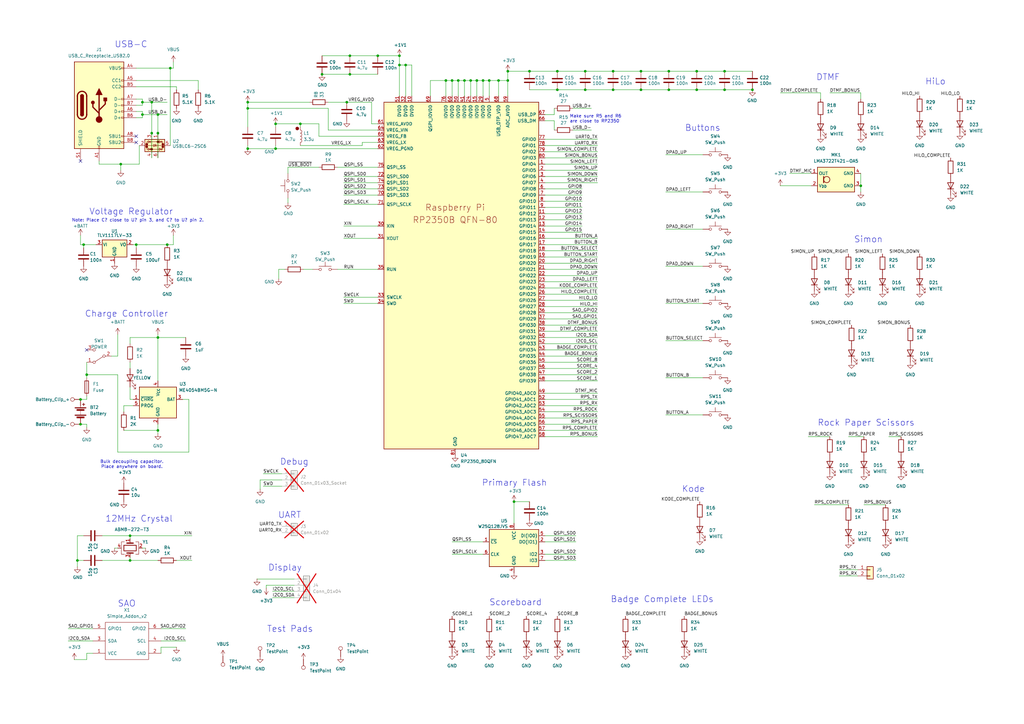
<source format=kicad_sch>
(kicad_sch (version 20250114) (generator "eeschema") (generator_version "9.0")
  (paper "A3")
  (circle (center 121.92 52.705) (radius 0.635) (stroke (width 0) (color 132 0 0 1)) (fill (type color) (color 132 0 0 1)))
  (text "Primary Flash" (at 197.612 199.644 0) (effects (font (size 2.54 2.54)) (justify left bottom)))
  (text "USB-C" (at 46.99 19.812 0) (effects (font (size 2.54 2.54)) (justify left bottom)))
  (text "12MHz Crystal" (at 43.18 214.376 0) (effects (font (size 2.54 2.54)) (justify left bottom)))
  (text "UART" (at 114.046 212.852 0) (effects (font (size 2.54 2.54)) (justify left bottom)))
  (text "Buttons" (at 280.924 54.102 0) (effects (font (size 2.54 2.54)) (justify left bottom)))
  (text "Charge Controller" (at 34.798 130.302 0) (effects (font (size 2.54 2.54)) (justify left bottom)))
  (text "Test Pads" (at 109.474 259.588 0) (effects (font (size 2.54 2.54)) (justify left bottom)))
  (text "HiLo" (at 379.476 35.052 0) (effects (font (size 2.54 2.54)) (justify left bottom)))
  (text "Badge Complete LEDs" (at 250.444 247.396 0) (effects (font (size 2.54 2.54)) (justify left bottom)))
  (text "Simon" (at 350.266 99.822 0) (effects (font (size 2.54 2.54)) (justify left bottom)))
  (text "Display" (at 109.982 234.442 0) (effects (font (size 2.54 2.54)) (justify left bottom)))
  (text "Bulk decoupling capacitor.\nPlace anywhere on board." (at 54.102 190.5 0) (effects (font (size 1.27 1.27))))
  (text "DTMF" (at 334.772 33.274 0) (effects (font (size 2.54 2.54)) (justify left bottom)))
  (text "Debug" (at 114.808 191.008 0) (effects (font (size 2.54 2.54)) (justify left bottom)))
  (text "Voltage Regulator" (at 36.576 88.392 0) (effects (font (size 2.54 2.54)) (justify left bottom)))
  (text "SAO" (at 48.26 249.174 0) (effects (font (size 2.54 2.54)) (justify left bottom)))
  (text "Kode" (at 279.654 202.184 0) (effects (font (size 2.54 2.54)) (justify left bottom)))
  (text "Note: Place C? close to U? pin 3, and C? to U? pin 2." (at 29.464 90.424 0) (effects (font (size 1.27 1.27)) (justify left)))
  (text "Make sure R5 and R6\nare close to RP2350\n" (at 233.68 50.546 0) (effects (font (size 1.27 1.27)) (justify left bottom)))
  (text "Scoreboard" (at 200.66 248.666 0) (effects (font (size 2.54 2.54)) (justify left bottom)))
  (text "Rock Paper Scissors" (at 335.28 175.006 0) (effects (font (size 2.54 2.54)) (justify left bottom)))
  (junction (at 163.83 22.86))
  (junction (at 113.03 50.8))
  (junction (at 64.77 176.53))
  (junction (at 353.06 76.2))
  (junction (at 163.83 26.67))
  (junction (at 297.18 36.83))
  (junction (at 68.58 100.33))
  (junction (at 204.47 33.02))
  (junction (at 123.19 50.8))
  (junction (at 31.75 229.87))
  (junction (at 262.89 36.83))
  (junction (at 308.61 36.83))
  (junction (at 200.66 33.02))
  (junction (at 274.32 29.21))
  (junction (at 53.34 219.71))
  (junction (at 208.28 29.21))
  (junction (at 251.46 29.21))
  (junction (at 113.03 60.96))
  (junction (at 285.75 29.21))
  (junction (at 142.24 41.91))
  (junction (at 132.08 30.48))
  (junction (at 33.02 173.99))
  (junction (at 228.6 29.21))
  (junction (at 285.75 36.83))
  (junction (at 34.29 100.33))
  (junction (at 208.28 33.02))
  (junction (at 69.85 27.94))
  (junction (at 64.77 138.43))
  (junction (at 143.51 22.86))
  (junction (at 193.04 33.02))
  (junction (at 198.12 33.02))
  (junction (at 166.37 26.67))
  (junction (at 64.77 46.99))
  (junction (at 58.42 46.99))
  (junction (at 101.6 44.45))
  (junction (at 143.51 30.48))
  (junction (at 154.94 22.86))
  (junction (at 182.88 33.02))
  (junction (at 274.32 36.83))
  (junction (at 49.53 67.31))
  (junction (at 101.6 41.91))
  (junction (at 262.89 29.21))
  (junction (at 35.56 153.67))
  (junction (at 58.42 41.91))
  (junction (at 33.02 163.83))
  (junction (at 217.17 29.21))
  (junction (at 185.42 33.02))
  (junction (at 228.6 36.83))
  (junction (at 101.6 60.96))
  (junction (at 240.03 29.21))
  (junction (at 62.23 54.61))
  (junction (at 195.58 33.02))
  (junction (at 62.23 41.91))
  (junction (at 251.46 36.83))
  (junction (at 55.88 100.33))
  (junction (at 187.96 33.02))
  (junction (at 240.03 36.83))
  (junction (at 297.18 29.21))
  (junction (at 190.5 33.02))
  (junction (at 53.34 229.87))
  (junction (at 210.82 205.74))
  (junction (at 64.77 54.61))
  (no_connect (at 55.88 55.88))
  (no_connect (at 35.56 143.51))
  (no_connect (at 33.02 66.04))
  (no_connect (at 55.88 58.42))
  (wire (pts (xy 143.51 22.86) (xy 154.94 22.86)))
  (wire (pts (xy 223.52 227.33) (xy 236.22 227.33)))
  (wire (pts (xy 262.89 36.83) (xy 251.46 36.83)))
  (wire (pts (xy 49.53 67.31) (xy 40.64 67.31)))
  (wire (pts (xy 193.04 33.02) (xy 195.58 33.02)))
  (wire (pts (xy 240.03 36.83) (xy 228.6 36.83)))
  (wire (pts (xy 182.88 33.02) (xy 185.42 33.02)))
  (wire (pts (xy 223.52 161.29) (xy 245.11 161.29)))
  (wire (pts (xy 204.47 33.02) (xy 208.28 33.02)))
  (wire (pts (xy 223.52 148.59) (xy 245.11 148.59)))
  (wire (pts (xy 132.08 30.48) (xy 143.51 30.48)))
  (wire (pts (xy 53.34 163.83) (xy 54.61 163.83)))
  (wire (pts (xy 223.52 130.81) (xy 245.11 130.81)))
  (wire (pts (xy 154.94 124.46) (xy 140.97 124.46)))
  (wire (pts (xy 223.52 85.09) (xy 238.76 85.09)))
  (wire (pts (xy 55.88 100.33) (xy 55.88 101.6)))
  (wire (pts (xy 55.88 100.33) (xy 68.58 100.33)))
  (wire (pts (xy 49.53 67.31) (xy 57.15 67.31)))
  (wire (pts (xy 353.06 76.2) (xy 353.06 78.74)))
  (wire (pts (xy 185.42 33.02) (xy 187.96 33.02)))
  (wire (pts (xy 223.52 46.99) (xy 227.33 46.99)))
  (wire (pts (xy 166.37 26.67) (xy 168.91 26.67)))
  (wire (pts (xy 234.95 44.45) (xy 242.57 44.45)))
  (wire (pts (xy 223.52 222.25) (xy 236.22 222.25)))
  (wire (pts (xy 66.04 265.43) (xy 66.04 267.97)))
  (wire (pts (xy 116.84 110.49) (xy 114.3 110.49)))
  (wire (pts (xy 223.52 176.53) (xy 245.11 176.53)))
  (wire (pts (xy 223.52 143.51) (xy 245.11 143.51)))
  (wire (pts (xy 50.8 166.37) (xy 50.8 168.91)))
  (wire (pts (xy 55.88 45.72) (xy 58.42 45.72)))
  (wire (pts (xy 344.17 233.68) (xy 351.79 233.68)))
  (wire (pts (xy 34.29 100.33) (xy 39.37 100.33)))
  (wire (pts (xy 223.52 97.79) (xy 245.11 97.79)))
  (wire (pts (xy 31.75 229.87) (xy 31.75 232.41)))
  (wire (pts (xy 273.05 63.5) (xy 288.29 63.5)))
  (wire (pts (xy 185.42 39.37) (xy 185.42 33.02)))
  (wire (pts (xy 273.05 139.7) (xy 288.29 139.7)))
  (wire (pts (xy 187.96 39.37) (xy 187.96 33.02)))
  (wire (pts (xy 58.42 45.72) (xy 58.42 46.99)))
  (wire (pts (xy 77.47 163.83) (xy 77.47 185.42)))
  (wire (pts (xy 68.58 100.33) (xy 71.12 100.33)))
  (wire (pts (xy 132.08 22.86) (xy 143.51 22.86)))
  (wire (pts (xy 195.58 33.02) (xy 198.12 33.02)))
  (wire (pts (xy 223.52 102.87) (xy 245.11 102.87)))
  (wire (pts (xy 130.81 50.8) (xy 123.19 50.8)))
  (wire (pts (xy 354.33 207.01) (xy 363.22 207.01)))
  (wire (pts (xy 113.03 60.96) (xy 154.94 60.96)))
  (wire (pts (xy 33.02 96.52) (xy 33.02 100.33)))
  (wire (pts (xy 31.75 219.71) (xy 31.75 229.87)))
  (wire (pts (xy 55.88 33.02) (xy 81.28 33.02)))
  (wire (pts (xy 35.56 163.83) (xy 35.56 162.56)))
  (wire (pts (xy 115.57 196.85) (xy 106.68 196.85)))
  (wire (pts (xy 223.52 80.01) (xy 238.76 80.01)))
  (wire (pts (xy 64.77 138.43) (xy 53.34 138.43)))
  (wire (pts (xy 176.53 33.02) (xy 182.88 33.02)))
  (wire (pts (xy 123.19 59.69) (xy 148.59 59.69)))
  (wire (pts (xy 223.52 120.65) (xy 245.11 120.65)))
  (wire (pts (xy 124.46 110.49) (xy 128.27 110.49)))
  (wire (pts (xy 50.8 176.53) (xy 64.77 176.53)))
  (wire (pts (xy 223.52 110.49) (xy 245.11 110.49)))
  (wire (pts (xy 223.52 77.47) (xy 238.76 77.47)))
  (wire (pts (xy 62.23 54.61) (xy 62.23 64.77)))
  (wire (pts (xy 101.6 59.69) (xy 101.6 60.96)))
  (wire (pts (xy 106.68 196.85) (xy 106.68 200.66)))
  (wire (pts (xy 109.22 240.03) (xy 109.22 241.3)))
  (wire (pts (xy 33.02 163.83) (xy 35.56 163.83)))
  (wire (pts (xy 35.56 153.67) (xy 35.56 154.94)))
  (wire (pts (xy 154.94 121.92) (xy 140.97 121.92)))
  (wire (pts (xy 53.34 138.43) (xy 53.34 140.97)))
  (wire (pts (xy 285.75 36.83) (xy 274.32 36.83)))
  (wire (pts (xy 297.18 29.21) (xy 308.61 29.21)))
  (wire (pts (xy 273.05 124.46) (xy 288.29 124.46)))
  (wire (pts (xy 81.28 33.02) (xy 81.28 36.83)))
  (wire (pts (xy 58.42 224.79) (xy 59.69 224.79)))
  (wire (pts (xy 64.77 138.43) (xy 76.2 138.43)))
  (wire (pts (xy 340.36 38.1) (xy 353.06 38.1)))
  (wire (pts (xy 154.94 22.86) (xy 163.83 22.86)))
  (wire (pts (xy 101.6 60.96) (xy 113.03 60.96)))
  (wire (pts (xy 223.52 57.15) (xy 245.11 57.15)))
  (wire (pts (xy 134.62 44.45) (xy 134.62 53.34)))
  (wire (pts (xy 336.55 40.64) (xy 336.55 38.1)))
  (wire (pts (xy 120.65 240.03) (xy 109.22 240.03)))
  (wire (pts (xy 200.66 33.02) (xy 200.66 39.37)))
  (wire (pts (xy 204.47 39.37) (xy 204.47 33.02)))
  (wire (pts (xy 223.52 95.25) (xy 238.76 95.25)))
  (wire (pts (xy 223.52 100.33) (xy 245.11 100.33)))
  (wire (pts (xy 308.61 36.83) (xy 297.18 36.83)))
  (wire (pts (xy 34.29 100.33) (xy 33.02 100.33)))
  (wire (pts (xy 152.4 41.91) (xy 152.4 50.8)))
  (wire (pts (xy 227.33 53.34) (xy 227.33 49.53)))
  (wire (pts (xy 223.52 62.23) (xy 245.11 62.23)))
  (wire (pts (xy 34.29 100.33) (xy 34.29 101.6)))
  (wire (pts (xy 200.66 33.02) (xy 204.47 33.02)))
  (wire (pts (xy 101.6 44.45) (xy 134.62 44.45)))
  (wire (pts (xy 185.42 222.25) (xy 198.12 222.25)))
  (wire (pts (xy 344.17 236.22) (xy 351.79 236.22)))
  (wire (pts (xy 105.41 237.49) (xy 120.65 237.49)))
  (wire (pts (xy 140.97 74.93) (xy 154.94 74.93)))
  (wire (pts (xy 53.34 148.59) (xy 53.34 151.13)))
  (wire (pts (xy 140.97 72.39) (xy 154.94 72.39)))
  (wire (pts (xy 297.18 36.83) (xy 285.75 36.83)))
  (wire (pts (xy 187.96 33.02) (xy 190.5 33.02)))
  (wire (pts (xy 182.88 39.37) (xy 182.88 33.02)))
  (wire (pts (xy 138.43 68.58) (xy 154.94 68.58)))
  (wire (pts (xy 193.04 39.37) (xy 193.04 33.02)))
  (wire (pts (xy 163.83 26.67) (xy 163.83 39.37)))
  (wire (pts (xy 251.46 36.83) (xy 240.03 36.83)))
  (wire (pts (xy 223.52 123.19) (xy 245.11 123.19)))
  (wire (pts (xy 223.52 128.27) (xy 245.11 128.27)))
  (wire (pts (xy 113.03 50.8) (xy 123.19 50.8)))
  (wire (pts (xy 185.42 227.33) (xy 198.12 227.33)))
  (wire (pts (xy 334.01 207.01) (xy 347.98 207.01)))
  (wire (pts (xy 166.37 26.67) (xy 163.83 26.67)))
  (wire (pts (xy 46.99 224.79) (xy 48.26 224.79)))
  (wire (pts (xy 148.59 58.42) (xy 154.94 58.42)))
  (wire (pts (xy 223.52 72.39) (xy 245.11 72.39)))
  (wire (pts (xy 353.06 40.64) (xy 353.06 38.1)))
  (wire (pts (xy 251.46 29.21) (xy 262.89 29.21)))
  (wire (pts (xy 48.26 153.67) (xy 35.56 153.67)))
  (wire (pts (xy 64.77 54.61) (xy 64.77 64.77)))
  (wire (pts (xy 134.62 41.91) (xy 142.24 41.91)))
  (wire (pts (xy 227.33 44.45) (xy 227.33 46.99)))
  (wire (pts (xy 190.5 39.37) (xy 190.5 33.02)))
  (wire (pts (xy 223.52 163.83) (xy 245.11 163.83)))
  (wire (pts (xy 40.64 67.31) (xy 40.64 66.04)))
  (wire (pts (xy 274.32 36.83) (xy 262.89 36.83)))
  (wire (pts (xy 69.85 27.94) (xy 71.12 27.94)))
  (wire (pts (xy 154.94 97.79) (xy 140.97 97.79)))
  (wire (pts (xy 138.43 110.49) (xy 154.94 110.49)))
  (wire (pts (xy 130.81 68.58) (xy 118.11 68.58)))
  (wire (pts (xy 58.42 43.18) (xy 55.88 43.18)))
  (wire (pts (xy 176.53 39.37) (xy 176.53 33.02)))
  (wire (pts (xy 223.52 118.11) (xy 245.11 118.11)))
  (wire (pts (xy 35.56 173.99) (xy 35.56 175.26)))
  (wire (pts (xy 66.04 265.43) (xy 72.39 265.43)))
  (wire (pts (xy 140.97 80.01) (xy 154.94 80.01)))
  (wire (pts (xy 273.05 78.74) (xy 288.29 78.74)))
  (wire (pts (xy 35.56 148.59) (xy 35.56 153.67)))
  (wire (pts (xy 168.91 26.67) (xy 168.91 39.37)))
  (wire (pts (xy 223.52 105.41) (xy 245.11 105.41)))
  (wire (pts (xy 223.52 166.37) (xy 245.11 166.37)))
  (wire (pts (xy 72.39 35.56) (xy 72.39 36.83)))
  (wire (pts (xy 140.97 77.47) (xy 154.94 77.47)))
  (wire (pts (xy 320.04 38.1) (xy 336.55 38.1)))
  (wire (pts (xy 223.52 107.95) (xy 245.11 107.95)))
  (wire (pts (xy 154.94 83.82) (xy 140.97 83.82)))
  (wire (pts (xy 223.52 69.85) (xy 245.11 69.85)))
  (wire (pts (xy 58.42 41.91) (xy 62.23 41.91)))
  (wire (pts (xy 53.34 220.98) (xy 53.34 219.71)))
  (wire (pts (xy 114.3 110.49) (xy 114.3 114.3)))
  (wire (pts (xy 223.52 64.77) (xy 245.11 64.77)))
  (wire (pts (xy 223.52 74.93) (xy 245.11 74.93)))
  (wire (pts (xy 353.06 71.12) (xy 353.06 76.2)))
  (wire (pts (xy 223.52 87.63) (xy 238.76 87.63)))
  (wire (pts (xy 118.11 68.58) (xy 118.11 71.12)))
  (wire (pts (xy 113.03 59.69) (xy 113.03 60.96)))
  (wire (pts (xy 55.88 40.64) (xy 58.42 40.64)))
  (wire (pts (xy 45.72 146.05) (xy 48.26 146.05)))
  (wire (pts (xy 62.23 41.91) (xy 62.23 54.61)))
  (wire (pts (xy 223.52 90.17) (xy 238.76 90.17)))
  (wire (pts (xy 101.6 44.45) (xy 101.6 52.07)))
  (wire (pts (xy 208.28 29.21) (xy 208.28 33.02)))
  (wire (pts (xy 223.52 151.13) (xy 245.11 151.13)))
  (wire (pts (xy 34.29 219.71) (xy 31.75 219.71)))
  (wire (pts (xy 285.75 29.21) (xy 297.18 29.21)))
  (wire (pts (xy 223.52 138.43) (xy 245.11 138.43)))
  (wire (pts (xy 273.05 170.18) (xy 288.29 170.18)))
  (wire (pts (xy 223.52 135.89) (xy 245.11 135.89)))
  (wire (pts (xy 130.81 55.88) (xy 130.81 50.8)))
  (wire (pts (xy 223.52 67.31) (xy 245.11 67.31)))
  (wire (pts (xy 48.26 137.16) (xy 48.26 146.05)))
  (wire (pts (xy 273.05 154.94) (xy 288.29 154.94)))
  (wire (pts (xy 273.05 109.22) (xy 288.29 109.22)))
  (wire (pts (xy 30.48 270.51) (xy 35.56 270.51)))
  (wire (pts (xy 223.52 115.57) (xy 245.11 115.57)))
  (wire (pts (xy 223.52 229.87) (xy 236.22 229.87)))
  (wire (pts (xy 166.37 39.37) (xy 166.37 26.67)))
  (wire (pts (xy 223.52 113.03) (xy 245.11 113.03)))
  (wire (pts (xy 58.42 40.64) (xy 58.42 41.91)))
  (wire (pts (xy 223.52 146.05) (xy 245.11 146.05)))
  (wire (pts (xy 27.94 262.89) (xy 38.1 262.89)))
  (wire (pts (xy 35.56 270.51) (xy 35.56 267.97)))
  (wire (pts (xy 55.88 35.56) (xy 72.39 35.56)))
  (wire (pts (xy 68.58 41.91) (xy 62.23 41.91)))
  (wire (pts (xy 223.52 173.99) (xy 245.11 173.99)))
  (wire (pts (xy 223.52 125.73) (xy 245.11 125.73)))
  (wire (pts (xy 113.03 52.07) (xy 113.03 50.8)))
  (wire (pts (xy 223.52 168.91) (xy 245.11 168.91)))
  (wire (pts (xy 208.28 33.02) (xy 208.28 39.37)))
  (wire (pts (xy 53.34 219.71) (xy 78.74 219.71)))
  (wire (pts (xy 148.59 59.69) (xy 148.59 58.42)))
  (wire (pts (xy 154.94 55.88) (xy 130.81 55.88)))
  (wire (pts (xy 53.34 228.6) (xy 53.34 229.87)))
  (wire (pts (xy 198.12 39.37) (xy 198.12 33.02)))
  (wire (pts (xy 240.03 29.21) (xy 251.46 29.21)))
  (wire (pts (xy 143.51 30.48) (xy 154.94 30.48)))
  (wire (pts (xy 58.42 41.91) (xy 58.42 43.18)))
  (wire (pts (xy 195.58 33.02) (xy 195.58 39.37)))
  (wire (pts (xy 107.95 199.39) (xy 115.57 199.39)))
  (wire (pts (xy 142.24 41.91) (xy 152.4 41.91)))
  (wire (pts (xy 152.4 50.8) (xy 154.94 50.8)))
  (wire (pts (xy 54.61 100.33) (xy 55.88 100.33)))
  (wire (pts (xy 223.52 133.35) (xy 245.11 133.35)))
  (wire (pts (xy 64.77 46.99) (xy 64.77 54.61)))
  (wire (pts (xy 66.04 262.89) (xy 76.2 262.89)))
  (wire (pts (xy 163.83 22.86) (xy 163.83 26.67)))
  (wire (pts (xy 320.04 76.2) (xy 332.74 76.2)))
  (wire (pts (xy 55.88 48.26) (xy 58.42 48.26)))
  (wire (pts (xy 64.77 137.16) (xy 64.77 138.43)))
  (wire (pts (xy 54.61 166.37) (xy 50.8 166.37)))
  (wire (pts (xy 123.19 52.07) (xy 123.19 50.8)))
  (wire (pts (xy 101.6 41.91) (xy 127 41.91)))
  (wire (pts (xy 331.47 179.07) (xy 340.36 179.07)))
  (wire (pts (xy 77.47 185.42) (xy 48.26 185.42)))
  (wire (pts (xy 223.52 82.55) (xy 238.76 82.55)))
  (wire (pts (xy 64.77 138.43) (xy 64.77 156.21)))
  (wire (pts (xy 198.12 33.02) (xy 200.66 33.02)))
  (wire (pts (xy 262.89 29.21) (xy 274.32 29.21)))
  (wire (pts (xy 323.85 71.12) (xy 332.74 71.12)))
  (wire (pts (xy 118.11 81.28) (xy 118.11 83.185)))
  (wire (pts (xy 273.05 93.98) (xy 288.29 93.98)))
  (wire (pts (xy 72.39 229.87) (xy 78.74 229.87)))
  (wire (pts (xy 274.32 29.21) (xy 285.75 29.21)))
  (wire (pts (xy 71.12 25.4) (xy 71.12 27.94)))
  (wire (pts (xy 57.15 59.69) (xy 57.15 67.31)))
  (wire (pts (xy 210.82 205.74) (xy 210.82 214.63)))
  (wire (pts (xy 228.6 29.21) (xy 240.03 29.21)))
  (wire (pts (xy 111.76 242.57) (xy 120.65 242.57)))
  (wire (pts (xy 64.77 177.8) (xy 64.77 176.53)))
  (wire (pts (xy 227.33 49.53) (xy 223.52 49.53)))
  (wire (pts (xy 223.52 156.21) (xy 245.11 156.21)))
  (wire (pts (xy 217.17 29.21) (xy 228.6 29.21)))
  (wire (pts (xy 111.76 245.11) (xy 120.65 245.11)))
  (wire (pts (xy 34.29 229.87) (xy 31.75 229.87)))
  (wire (pts (xy 223.52 171.45) (xy 245.11 171.45)))
  (wire (pts (xy 347.98 179.07) (xy 354.33 179.07)))
  (wire (pts (xy 76.2 257.81) (xy 66.04 257.81)))
  (wire (pts (xy 217.17 205.74) (xy 210.82 205.74)))
  (wire (pts (xy 58.42 46.99) (xy 64.77 46.99)))
  (wire (pts (xy 53.34 158.75) (xy 53.34 163.83)))
  (wire (pts (xy 41.91 219.71) (xy 53.34 219.71)))
  (wire (pts (xy 68.58 46.99) (xy 64.77 46.99)))
  (wire (pts (xy 74.93 163.83) (xy 77.47 163.83)))
  (wire (pts (xy 27.94 257.81) (xy 38.1 257.81)))
  (wire (pts (xy 140.97 92.71) (xy 154.94 92.71)))
  (wire (pts (xy 69.85 27.94) (xy 69.85 59.69)))
  (wire (pts (xy 234.95 53.34) (xy 242.57 53.34)))
  (wire (pts (xy 107.95 194.31) (xy 115.57 194.31)))
  (wire (pts (xy 223.52 153.67) (xy 245.11 153.67)))
  (wire (pts (xy 58.42 46.99) (xy 58.42 48.26)))
  (wire (pts (xy 208.28 29.21) (xy 217.17 29.21)))
  (wire (pts (xy 35.56 267.97) (xy 38.1 267.97)))
  (wire (pts (xy 33.02 173.99) (xy 35.56 173.99)))
  (wire (pts (xy 101.6 41.91) (xy 101.6 44.45)))
  (wire (pts (xy 228.6 36.83) (xy 217.17 36.83)))
  (wire (pts (xy 223.52 59.69) (xy 245.11 59.69)))
  (wire (pts (xy 41.91 229.87) (xy 53.34 229.87)))
  (wire (pts (xy 190.5 33.02) (xy 193.04 33.02)))
  (wire (pts (xy 223.52 179.07) (xy 245.11 179.07)))
  (wire (pts (xy 223.52 92.71) (xy 238.76 92.71)))
  (wire (pts (xy 49.53 69.85) (xy 49.53 67.31)))
  (wire (pts (xy 55.88 27.94) (xy 69.85 27.94)))
  (wire (pts (xy 48.26 185.42) (xy 48.26 153.67)))
  (wire (pts (xy 71.12 96.52) (xy 71.12 100.33)))
  (wire (pts (xy 223.52 140.97) (xy 245.11 140.97)))
  (wire (pts (xy 53.34 229.87) (xy 64.77 229.87)))
  (wire (pts (xy 64.77 176.53) (xy 64.77 173.99)))
  (wire (pts (xy 134.62 53.34) (xy 154.94 53.34)))
  (wire (pts (xy 364.49 179.07) (xy 369.57 179.07)))
  (wire (pts (xy 223.52 219.71) (xy 236.22 219.71)))
  (label "SCORE_8" (at 228.6 252.73 0))
  (label "DTMF_COMPLETE" (at 320.04 38.1 0))
  (label "BADGE_BONUS" (at 280.67 252.73 0))
  (label "SIMON_UP" (at 334.01 104.14 180))
  (label "DPAD_DOWN" (at 245.11 110.49 180))
  (label "QSPI_SD3" (at 236.22 229.87 180))
  (label "SIMON_LEFT" (at 245.11 67.31 180))
  (label "RPS_ROCK" (at 331.47 179.07 0))
  (label "VREG_LX" (at 135.89 59.69 0))
  (label "SIMON_DOWN" (at 377.19 104.14 180))
  (label "DPAD_RIGHT" (at 273.05 93.98 0))
  (label "SIMON_COMPLETE" (at 349.25 133.35 180))
  (label "SWCLK" (at 107.95 194.31 0))
  (label "SCORE_2" (at 200.66 252.73 0))
  (label "XOUT" (at 78.74 229.87 180))
  (label "QSPI_SD3" (at 140.97 80.01 0))
  (label "GPIO13" (at 238.76 90.17 180))
  (label "QSPI_SD2" (at 140.97 77.47 0))
  (label "KODE_COMPLETE" (at 245.11 118.11 180))
  (label "BUTTON_B" (at 273.05 154.94 0))
  (label "I2C0_SDA" (at 245.11 138.43 180))
  (label "USB_D+" (at 68.58 46.99 180))
  (label "SAO_GPIO2" (at 245.11 128.27 180))
  (label "XIN" (at 78.74 219.71 180))
  (label "QSPI_SD0" (at 236.22 219.71 180))
  (label "GPIO8" (at 238.76 77.47 180))
  (label "RPS_SCISSORS" (at 245.11 171.45 180))
  (label "BADGE_COMPLETE" (at 256.54 252.73 0))
  (label "BUTTON_A" (at 273.05 170.18 0))
  (label "DPAD_LEFT" (at 273.05 78.74 0))
  (label "GPIO9" (at 238.76 80.01 180))
  (label "RPS_SCISSORS" (at 364.49 179.07 0))
  (label "DPAD_UP" (at 245.11 113.03 180))
  (label "QSPI_SD1" (at 236.22 222.25 180))
  (label "USB_D-" (at 68.58 41.91 180))
  (label "HILO_LO" (at 245.11 123.19 180))
  (label "SCORE_4" (at 245.11 151.13 180))
  (label "SAO_GPIO2" (at 76.2 257.81 180))
  (label "USB_D+" (at 242.57 44.45 180))
  (label "RUN" (at 140.97 110.49 0))
  (label "RPS_RX" (at 245.11 166.37 180))
  (label "BUTTON_SELECT" (at 245.11 102.87 180))
  (label "SWD" (at 140.97 124.46 0))
  (label "I2C0_SDA" (at 111.76 245.11 0))
  (label "GPIO14" (at 238.76 92.71 180))
  (label "DTMF_MIC" (at 323.85 71.12 0))
  (label "SIMON_BONUS" (at 245.11 64.77 180))
  (label "SCORE_4" (at 215.9 252.73 0))
  (label "SCORE_8" (at 245.11 148.59 180))
  (label "QSPI_SD2" (at 236.22 227.33 180))
  (label "RPS_ROCK" (at 245.11 168.91 180))
  (label "DTMF_BONUS" (at 245.11 133.35 180))
  (label "RPS_COMPLETE" (at 245.11 176.53 180))
  (label "RPS_BONUS" (at 354.33 207.01 0))
  (label "DPAD_LEFT" (at 245.11 115.57 180))
  (label "HILO_COMPLETE" (at 245.11 120.65 180))
  (label "QSPI_SCLK" (at 185.42 227.33 0))
  (label "SWCLK" (at 140.97 121.92 0))
  (label "QSPI_SD1" (at 140.97 74.93 0))
  (label "DPAD_DOWN" (at 273.05 109.22 0))
  (label "QSPI_SS" (at 140.97 68.58 0))
  (label "GPIO11" (at 238.76 85.09 180))
  (label "GPIO15" (at 238.76 95.25 180))
  (label "BADGE_BONUS" (at 245.11 146.05 180))
  (label "SIMON_DOWN" (at 245.11 72.39 180))
  (label "SIMON_RIGHT" (at 347.98 104.14 180))
  (label "I2C0_SCL" (at 245.11 140.97 180))
  (label "~{USB_BOOT}" (at 118.11 68.58 0))
  (label "QSPI_SS" (at 185.42 222.25 0))
  (label "SCORE_1" (at 185.42 252.73 0))
  (label "SIMON_UP" (at 245.11 69.85 180))
  (label "UART0_TX" (at 115.57 215.9 180))
  (label "SIMON_COMPLETE" (at 245.11 62.23 180))
  (label "DPAD_UP" (at 273.05 63.5 0))
  (label "HILO_HI" (at 245.11 125.73 180))
  (label "UART0_RX" (at 115.57 218.44 180))
  (label "SIMON_RIGHT" (at 245.11 74.93 180))
  (label "SAO_GPIO1" (at 245.11 130.81 180))
  (label "VREG_AVDD" (at 142.875 41.91 0))
  (label "HILO_COMPLETE" (at 389.89 64.77 180))
  (label "HILO_HI" (at 377.19 39.37 180))
  (label "BUTTON_SELECT" (at 273.05 139.7 0))
  (label "BUTTON_A" (at 245.11 97.79 180))
  (label "I2C0_SCL" (at 76.2 262.89 180))
  (label "BADGE_COMPLETE" (at 245.11 143.51 180))
  (label "GPIO10" (at 238.76 82.55 180))
  (label "I2C0_SCL" (at 111.76 242.57 0))
  (label "I2C0_SDA" (at 27.94 262.89 0))
  (label "RPS_PAPER" (at 245.11 173.99 180))
  (label "SIMON_LEFT" (at 361.95 104.14 180))
  (label "KODE_COMPLETE" (at 287.02 205.74 180))
  (label "RPS_TX" (at 344.17 233.68 0))
  (label "BUTTON_START" (at 245.11 105.41 180))
  (label "SAO_GPIO1" (at 27.94 257.81 0))
  (label "XOUT" (at 140.97 97.79 0))
  (label "RPS_COMPLETE" (at 334.01 207.01 0))
  (label "RPS_BONUS" (at 245.11 179.07 180))
  (label "UART0_RX" (at 245.11 59.69 180))
  (label "SCORE_1" (at 245.11 156.21 180))
  (label "SIMON_BONUS" (at 373.38 133.35 180))
  (label "SWD" (at 107.95 199.39 0))
  (label "DTMF_BONUS" (at 340.36 38.1 0))
  (label "GPIO12" (at 238.76 87.63 180))
  (label "DPAD_RIGHT" (at 245.11 107.95 180))
  (label "XIN" (at 140.97 92.71 0))
  (label "UART0_TX" (at 245.11 57.15 180))
  (label "USB_D-" (at 242.57 53.34 180))
  (label "HILO_LO" (at 393.7 39.37 180))
  (label "BUTTON_START" (at 273.05 124.46 0))
  (label "RPS_PAPER" (at 347.98 179.07 0))
  (label "RPS_RX" (at 344.17 236.22 0))
  (label "QSPI_SD0" (at 140.97 72.39 0))
  (label "BUTTON_B" (at 245.11 100.33 180))
  (label "DTMF_COMPLETE" (at 245.11 135.89 180))
  (label "QSPI_SCLK" (at 140.97 83.82 0))
  (label "SCORE_2" (at 245.11 153.67 180))
  (label "RPS_TX" (at 245.11 163.83 180))
  (label "DTMF_MIC" (at 245.11 161.29 180))
  (symbol (lib_id "Device:C") (at 38.1 219.71 270) (unit 1)
    (property "Reference" "C2" (at 39.2684 222.631 0) (effects (justify left)))
    (property "Value" "15p" (at 36.957 222.631 0) (effects (justify left)))
    (property "Footprint" "Capacitor_SMD:C_0402_1005Metric" (effects (hide yes)))
    (property "LCSC" "C1548" (effects (hide yes)))
    (property "Link" "https://jlcpcb.com/partdetail/1900-0402CG150J500NT/C1548" (effects (hide yes)))
  )
  (symbol (lib_id "Device:C") (at 38.1 229.87 270) (unit 1)
    (property "Reference" "C3" (at 39.2684 232.791 0) (effects (justify left)))
    (property "Value" "15p" (at 36.957 232.791 0) (effects (justify left)))
    (property "Footprint" "Capacitor_SMD:C_0402_1005Metric" (effects (hide yes)))
    (property "LCSC" "C1548" (effects (hide yes)))
    (property "Link" "https://jlcpcb.com/partdetail/1900-0402CG150J500NT/C1548" (effects (hide yes)))
  )
  (symbol (lib_id "power:GND") (at 31.75 232.41 0) (unit 1)
    (property "Reference" "#PWR02" (effects (hide yes)))
    (property "Value" "GND" (at 31.877 236.8042 0))
  )
  (symbol (lib_id "Memory_Flash:W25Q128JVS") (at 210.82 224.79 0) (unit 1)
    (property "Reference" "U5" (at 206.756 213.614 0))
    (property "Value" "W25Q128JVS" (at 202.184 215.9 0))
    (property "Footprint" "Package_SO:SOIC-8_5.23x5.23mm_P1.27mm" (effects (hide yes)))
    (property "Datasheet" "http://www.winbond.com/resource-files/w25q128jv_dtr%20revc%2003272018%20plus.pdf" (effects (hide yes)))
    (property "LCSC" "C97521" (effects (hide yes)))
    (property "Link" "https://jlcpcb.com/partdetail/WinbondElec-W25Q128JVSIQ/C97521" (effects (hide yes)))
  )
  (symbol (lib_id "power:+3V3") (at 210.82 205.74 0) (unit 1)
    (property "Reference" "#PWR042" (effects (hide yes)))
    (property "Value" "+3V3" (at 211.201 201.3458 0))
  )
  (symbol (lib_id "power:GND") (at 210.82 234.95 0) (unit 1)
    (property "Reference" "#PWR043" (effects (hide yes)))
    (property "Value" "GND" (at 207.01 236.22 0))
  )
  (symbol (lib_id "Device:C") (at 217.17 209.55 0) (unit 1)
    (property "Reference" "C14" (at 220.091 208.3816 0) (effects (justify left)))
    (property "Value" "100n" (at 220.091 210.693 0) (effects (justify left)))
    (property "Footprint" "Capacitor_SMD:C_0402_1005Metric" (effects (hide yes)))
    (property "LCSC" "C1525" (effects (hide yes)))
    (property "Link" "https://jlcpcb.com/partdetail/1877-CL05B104KO5NNNC/C1525" (effects (hide yes)))
  )
  (symbol (lib_id "power:GND") (at 217.17 213.36 0) (unit 1)
    (property "Reference" "#PWR045" (effects (hide yes)))
    (property "Value" "GND" (at 220.98 214.63 0))
  )
  (symbol (lib_id "power:GND") (at 186.69 186.69 0) (unit 1)
    (property "Reference" "#PWR039" (effects (hide yes)))
    (property "Value" "GND" (at 186.817 191.0842 0))
  )
  (symbol (lib_id "Device:R") (at 231.14 44.45 270) (unit 1)
    (property "Reference" "R14" (at 231.14 39.1922 90))
    (property "Value" "27" (at 231.14 41.5036 90))
    (property "Footprint" "Resistor_SMD:R_0402_1005Metric" (effects (hide yes)))
    (property "LCSC" "C25100" (effects (hide yes)))
    (property "Link" "https://jlcpcb.com/partdetail/25843-0402WGF270JTCE/C25100" (effects (hide yes)))
  )
  (symbol (lib_id "Device:R") (at 231.14 53.34 270) (unit 1)
    (property "Reference" "R15" (at 231.14 48.0822 90))
    (property "Value" "27" (at 231.14 50.3936 90))
    (property "Footprint" "Resistor_SMD:R_0402_1005Metric" (effects (hide yes)))
    (property "LCSC" "C25100" (effects (hide yes)))
    (property "Link" "https://jlcpcb.com/partdetail/25843-0402WGF270JTCE/C25100" (effects (hide yes)))
  )
  (symbol (lib_id "power:+3V3") (at 208.28 29.21 0) (unit 1)
    (property "Reference" "#PWR041" (effects (hide yes)))
    (property "Value" "+3V3" (at 208.661 24.8158 0))
  )
  (symbol (lib_id "Device:C") (at 240.03 33.02 0) (unit 1)
    (property "Reference" "C16" (at 242.951 31.8516 0) (effects (justify left)))
    (property "Value" "100n" (at 242.951 34.163 0) (effects (justify left)))
    (property "Footprint" "Capacitor_SMD:C_0402_1005Metric" (effects (hide yes)))
    (property "LCSC" "C1525" (effects (hide yes)))
    (property "Link" "https://jlcpcb.com/partdetail/1877-CL05B104KO5NNNC/C1525" (effects (hide yes)))
  )
  (symbol (lib_id "Device:C") (at 251.46 33.02 0) (unit 1)
    (property "Reference" "C17" (at 254.381 31.8516 0) (effects (justify left)))
    (property "Value" "100n" (at 254.381 34.163 0) (effects (justify left)))
    (property "Footprint" "Capacitor_SMD:C_0402_1005Metric" (effects (hide yes)))
    (property "LCSC" "C1525" (effects (hide yes)))
    (property "Link" "https://jlcpcb.com/partdetail/1877-CL05B104KO5NNNC/C1525" (effects (hide yes)))
  )
  (symbol (lib_id "Device:C") (at 262.89 33.02 0) (unit 1)
    (property "Reference" "C18" (at 265.811 31.8516 0) (effects (justify left)))
    (property "Value" "100n" (at 265.811 34.163 0) (effects (justify left)))
    (property "Footprint" "Capacitor_SMD:C_0402_1005Metric" (effects (hide yes)))
    (property "LCSC" "C1525" (effects (hide yes)))
    (property "Link" "https://jlcpcb.com/partdetail/1877-CL05B104KO5NNNC/C1525" (effects (hide yes)))
  )
  (symbol (lib_id "Device:C") (at 274.32 33.02 0) (unit 1)
    (property "Reference" "C19" (at 277.241 31.8516 0) (effects (justify left)))
    (property "Value" "100n" (at 277.241 34.163 0) (effects (justify left)))
    (property "Footprint" "Capacitor_SMD:C_0402_1005Metric" (effects (hide yes)))
    (property "LCSC" "C1525" (effects (hide yes)))
    (property "Link" "https://jlcpcb.com/partdetail/1877-CL05B104KO5NNNC/C1525" (effects (hide yes)))
  )
  (symbol (lib_id "Device:C") (at 285.75 33.02 0) (unit 1)
    (property "Reference" "C20" (at 288.671 31.8516 0) (effects (justify left)))
    (property "Value" "100n" (at 288.671 34.163 0) (effects (justify left)))
    (property "Footprint" "Capacitor_SMD:C_0402_1005Metric" (effects (hide yes)))
    (property "LCSC" "C1525" (effects (hide yes)))
    (property "Link" "https://jlcpcb.com/partdetail/1877-CL05B104KO5NNNC/C1525" (effects (hide yes)))
  )
  (symbol (lib_id "Device:C") (at 297.18 33.02 0) (unit 1)
    (property "Reference" "C21" (at 300.101 31.8516 0) (effects (justify left)))
    (property "Value" "100n" (at 300.101 34.163 0) (effects (justify left)))
    (property "Footprint" "Capacitor_SMD:C_0402_1005Metric" (effects (hide yes)))
    (property "LCSC" "C1525" (effects (hide yes)))
    (property "Link" "https://jlcpcb.com/partdetail/1877-CL05B104KO5NNNC/C1525" (effects (hide yes)))
  )
  (symbol (lib_id "Device:R") (at 68.58 229.87 270) (unit 1)
    (property "Reference" "R4" (at 68.58 224.6122 90))
    (property "Value" "1K" (at 68.58 226.9236 90))
    (property "Footprint" "Resistor_SMD:R_0402_1005Metric" (effects (hide yes)))
    (property "LCSC" "C11702" (effects (hide yes)))
    (property "Link" "https://jlcpcb.com/partdetail/12256-0402WGF1001TCE/C11702" (effects (hide yes)))
  )
  (symbol (lib_id "Device:Crystal_GND24") (at 53.34 224.79 270) (unit 1)
    (property "Reference" "Y1" (at 58.42 222.25 90) (effects (justify left)))
    (property "Value" "ABM8-272-T3" (at 46.99 217.17 90) (effects (justify left)))
    (property "Footprint" "Crystal:Crystal_SMD_3225-4Pin_3.2x2.5mm" (effects (hide yes)))
    (property "LCSC" "C20625731" (effects (hide yes)))
    (property "Link" "https://jlcpcb.com/partdetail/AbraconLlc-ABM8_272T3/C20625731" (effects (hide yes)))
  )
  (symbol (lib_id "power:+3V3") (at 50.8 198.12 0) (unit 1)
    (property "Reference" "#PWR010" (effects (hide yes)))
    (property "Value" "+3V3" (at 51.181 193.7258 0))
  )
  (symbol (lib_id "Device:C") (at 50.8 201.93 0) (unit 1)
    (property "Reference" "C4" (at 53.721 200.7616 0) (effects (justify left)))
    (property "Value" "10u" (at 53.721 203.073 0) (effects (justify left)))
    (property "Footprint" "Capacitor_SMD:C_0805_2012Metric" (effects (hide yes)))
    (property "LCSC" "C15850" (effects (hide yes)))
    (property "Link" "https://jlcpcb.com/partdetail/16532-CL21A106KAYNNNE/C15850" (effects (hide yes)))
  )
  (symbol (lib_id "power:GND") (at 50.8 205.74 0) (unit 1)
    (property "Reference" "#PWR011" (effects (hide yes)))
    (property "Value" "GND" (at 46.99 207.01 0))
  )
  (symbol (lib_name "LED_1") (lib_id "Device:LED") (at 256.54 264.16 90) (unit 1)
    (property "Reference" "D24" (at 260.35 264.4774 90) (effects (justify right)))
    (property "Value" "WHITE" (at 260.35 267.0174 90) (effects (justify right)))
    (property "Footprint" "LED_SMD:LED_0805_2012Metric" (effects (hide yes)))
    (property "Description" "Light emitting diode" (effects (hide yes)))
    (property "Sim.Pins" "1=K 2=A" (effects (hide yes)))
    (property "LCSC" "C34499" (effects (hide yes)))
    (property "Link" "https://jlcpcb.com/partdetail/Hubei_KentoElec-KT0805W/C34499" (effects (hide yes)))
  )
  (symbol (lib_name "LED_1") (lib_id "Device:LED") (at 361.95 115.57 90) (unit 1)
    (property "Reference" "D16" (at 365.76 115.8874 90) (effects (justify right)))
    (property "Value" "WHITE" (at 365.76 118.4274 90) (effects (justify right)))
    (property "Footprint" "LED_SMD:LED_0805_2012Metric" (effects (hide yes)))
    (property "Description" "Light emitting diode" (effects (hide yes)))
    (property "Sim.Pins" "1=K 2=A" (effects (hide yes)))
    (property "LCSC" "C34499" (effects (hide yes)))
    (property "Link" "https://jlcpcb.com/partdetail/Hubei_KentoElec-KT0805W/C34499" (effects (hide yes)))
  )
  (symbol (lib_name "GND_5") (lib_id "power:GND") (at 298.45 154.94 0) (unit 1)
    (property "Reference" "#PWR054" (effects (hide yes)))
    (property "Value" "GND" (at 298.45 160.02 0))
    (property "Description" "Power symbol creates a global label with name \"GND\" , ground" (effects (hide yes)))
  )
  (symbol (lib_name "LED_1") (lib_id "Device:LED") (at 389.89 76.2 90) (unit 1)
    (property "Reference" "D22" (at 393.7 76.5174 90) (effects (justify right)))
    (property "Value" "WHITE" (at 393.7 79.0574 90) (effects (justify right)))
    (property "Footprint" "LED_SMD:LED_0805_2012Metric" (effects (hide yes)))
    (property "Description" "Light emitting diode" (effects (hide yes)))
    (property "Sim.Pins" "1=K 2=A" (effects (hide yes)))
    (property "LCSC" "C34499" (effects (hide yes)))
    (property "Link" "https://jlcpcb.com/partdetail/Hubei_KentoElec-KT0805W/C34499" (effects (hide yes)))
  )
  (symbol (lib_id "RuffLabs:LMA3722T421-OA5") (at 342.9 73.66 0) (unit 1)
    (property "Reference" "MK1" (at 342.9 63.5 0))
    (property "Value" "LMA3722T421-OA5" (at 342.9 66.04 0))
    (property "Footprint" "RuffLabs:LMA3722T421-OA5" (effects (hide yes)))
    (property "Datasheet" "https://jlcpcb.com/api/file/downloadByFileSystemAccessId/8603050779259248640" (effects (hide yes)))
    (property "Description" "MEMS microphone" (effects (hide yes)))
    (property "LCSC" "C5373233" (effects (hide yes)))
    (property "Link" "https://jlcpcb.com/partdetail/Linkmems-LMA3722T421OA5/C5373233" (effects (hide yes)))
  )
  (symbol (lib_id "Device:R") (at 363.22 210.82 0) (unit 1)
    (property "Reference" "R26" (at 365.76 209.5499 0) (effects (justify left)))
    (property "Value" "1K" (at 365.76 212.0899 0) (effects (justify left)))
    (property "Footprint" "Resistor_SMD:R_0402_1005Metric" (effects (hide yes)))
    (property "Description" "Resistor" (effects (hide yes)))
    (property "Link" "https://jlcpcb.com/partdetail/12256-0402WGF1001TCE/C11702" (effects (hide yes)))
    (property "LCSC" "C11702" (effects (hide yes)))
  )
  (symbol (lib_name "LED_1") (lib_id "Device:LED") (at 347.98 115.57 90) (unit 1)
    (property "Reference" "D11" (at 351.79 115.8874 90) (effects (justify right)))
    (property "Value" "WHITE" (at 351.79 118.4274 90) (effects (justify right)))
    (property "Footprint" "LED_SMD:LED_0805_2012Metric" (effects (hide yes)))
    (property "Description" "Light emitting diode" (effects (hide yes)))
    (property "Sim.Pins" "1=K 2=A" (effects (hide yes)))
    (property "LCSC" "C34499" (effects (hide yes)))
    (property "Link" "https://jlcpcb.com/partdetail/Hubei_KentoElec-KT0805W/C34499" (effects (hide yes)))
  )
  (symbol (lib_id "Device:R") (at 50.8 172.72 0) (unit 1)
    (property "Reference" "R1" (at 53.34 171.45 0) (effects (justify left)))
    (property "Value" "2K" (at 53.34 173.99 0) (effects (justify left)))
    (property "Footprint" "Resistor_SMD:R_0402_1005Metric" (effects (hide yes)))
    (property "Description" "Resistor SMD" (effects (hide yes)))
    (property "LCSC" "C4109" (effects (hide yes)))
    (property "Link" "https://jlcpcb.com/partdetail/4516-0402WGF2001TCE/C4109" (effects (hide yes)))
  )
  (symbol (lib_id "power:GND") (at 68.58 115.57 0) (unit 1)
    (property "Reference" "#PWR016" (effects (hide yes)))
    (property "Value" "GND" (at 68.58 120.65 0))
  )
  (symbol (lib_name "GND_5") (lib_id "power:GND") (at 298.45 124.46 0) (unit 1)
    (property "Reference" "#PWR052" (effects (hide yes)))
    (property "Value" "GND" (at 298.45 129.54 0))
    (property "Description" "Power symbol creates a global label with name \"GND\" , ground" (effects (hide yes)))
  )
  (symbol (lib_id "power:GND") (at 228.6 267.97 0) (unit 1)
    (property "Reference" "#PWR046" (effects (hide yes)))
    (property "Value" "GND" (at 228.6 273.05 0))
  )
  (symbol (lib_id "Switch:SW_Push") (at 293.37 124.46 0) (unit 1)
    (property "Reference" "SW8" (at 293.37 116.84 0))
    (property "Value" "SW_Push" (at 293.37 119.38 0))
    (property "Footprint" "Button_Switch_SMD:SW_Push_1P1T_XKB_TS-1187A" (effects (hide yes)))
    (property "LCSC" "C318884" (effects (hide yes)))
    (property "Link" "https://jlcpcb.com/partdetail/XkbConnection-TS_1187A_B_AB/C318884" (effects (hide yes)))
  )
  (symbol (lib_name "+3V3_5") (lib_id "power:+3V3") (at 320.04 76.2 0) (unit 1)
    (property "Reference" "#PWR074" (effects (hide yes)))
    (property "Value" "+3V3" (at 320.04 71.12 0))
    (property "Description" "Power symbol creates a global label with name \"+3V3\"" (effects (hide yes)))
  )
  (symbol (lib_id "power:GND") (at 118.11 83.185 0) (unit 1)
    (property "Reference" "#PWR032" (effects (hide yes)))
    (property "Value" "GND" (at 118.237 87.5792 0))
  )
  (symbol (lib_name "LED_1") (lib_id "Device:LED") (at 215.9 264.16 90) (unit 1)
    (property "Reference" "D5" (at 219.71 264.4774 90) (effects (justify right)))
    (property "Value" "WHITE" (at 219.71 267.0174 90) (effects (justify right)))
    (property "Footprint" "LED_SMD:LED_0805_2012Metric" (effects (hide yes)))
    (property "Description" "Light emitting diode" (effects (hide yes)))
    (property "Sim.Pins" "1=K 2=A" (effects (hide yes)))
    (property "LCSC" "C34499" (effects (hide yes)))
    (property "Link" "https://jlcpcb.com/partdetail/Hubei_KentoElec-KT0805W/C34499" (effects (hide yes)))
  )
  (symbol (lib_id "Device:C") (at 154.94 26.67 0) (unit 1)
    (property "Reference" "C12" (at 157.861 25.5016 0) (effects (justify left)))
    (property "Value" "100n" (at 157.861 27.813 0) (effects (justify left)))
    (property "Footprint" "Capacitor_SMD:C_0402_1005Metric" (effects (hide yes)))
    (property "LCSC" "C1525" (effects (hide yes)))
    (property "Link" "https://jlcpcb.com/partdetail/1877-CL05B104KO5NNNC/C1525" (effects (hide yes)))
  )
  (symbol (lib_id "power:GND") (at 256.54 267.97 0) (unit 1)
    (property "Reference" "#PWR075" (effects (hide yes)))
    (property "Value" "GND" (at 256.54 273.05 0))
  )
  (symbol (lib_id "Device:R") (at 334.01 107.95 0) (unit 1)
    (property "Reference" "R17" (at 336.55 106.6799 0) (effects (justify left)))
    (property "Value" "1K" (at 336.55 109.2199 0) (effects (justify left)))
    (property "Footprint" "Resistor_SMD:R_0402_1005Metric" (effects (hide yes)))
    (property "Description" "Resistor" (effects (hide yes)))
    (property "Link" "https://jlcpcb.com/partdetail/12256-0402WGF1001TCE/C11702" (effects (hide yes)))
    (property "LCSC" "C11702" (effects (hide yes)))
  )
  (symbol (lib_id "Connector_Generic:Conn_01x03") (at 120.65 196.85 0) (unit 1) (dnp yes)
    (property "Reference" "J2" (at 123.19 195.5799 0) (effects (justify left)))
    (property "Value" "Conn_01x03_Socket" (at 123.19 198.1199 0) (effects (justify left)))
    (property "Footprint" "Connector_PinHeader_2.54mm:PinHeader_1x03_P2.54mm_Vertical" (effects (hide yes)))
    (property "Description" "Generic connector, single row, 01x03, script generated (kicad-library-utils/schlib/autogen/connector/)" (effects (hide yes)))
  )
  (symbol (lib_id "Connector:TestPoint") (at 33.02 173.99 90) (unit 1)
    (property "Reference" "BT3" (effects (hide yes)))
    (property "Value" "Battery_Clip_-" (at 21.59 173.99 90))
    (property "Footprint" "RuffLabs:MY-AA-04_BT1B" (effects (hide yes)))
    (property "Description" "test point" (effects (hide yes)))
  )
  (symbol (lib_id "power:GND") (at 336.55 55.88 0) (unit 1)
    (property "Reference" "#PWR058" (effects (hide yes)))
    (property "Value" "GND" (at 336.55 60.96 0))
  )
  (symbol (lib_id "Device:R") (at 287.02 209.55 0) (unit 1)
    (property "Reference" "R16" (at 289.56 208.2799 0) (effects (justify left)))
    (property "Value" "1K" (at 289.56 210.8199 0) (effects (justify left)))
    (property "Footprint" "Resistor_SMD:R_0402_1005Metric" (effects (hide yes)))
    (property "Description" "Resistor" (effects (hide yes)))
    (property "Link" "https://jlcpcb.com/partdetail/12256-0402WGF1001TCE/C11702" (effects (hide yes)))
    (property "LCSC" "C11702" (effects (hide yes)))
  )
  (symbol (lib_id "power:GND") (at 46.99 107.95 0) (unit 1)
    (property "Reference" "#PWR06" (effects (hide yes)))
    (property "Value" "GND" (at 46.99 113.03 0))
  )
  (symbol (lib_id "Device:R") (at 120.65 110.49 270) (unit 1)
    (property "Reference" "R7" (at 120.65 105.2322 90))
    (property "Value" "1K" (at 120.65 107.5436 90))
    (property "Footprint" "Resistor_SMD:R_0402_1005Metric" (effects (hide yes)))
    (property "LCSC" "C11702" (effects (hide yes)))
    (property "Link" "https://jlcpcb.com/partdetail/12256-0402WGF1001TCE/C11702" (effects (hide yes)))
  )
  (symbol (lib_name "LED_1") (lib_id "Device:LED") (at 340.36 190.5 90) (unit 1)
    (property "Reference" "D10" (at 344.17 190.8174 90) (effects (justify right)))
    (property "Value" "WHITE" (at 344.17 193.3574 90) (effects (justify right)))
    (property "Footprint" "LED_SMD:LED_0805_2012Metric" (effects (hide yes)))
    (property "Description" "Light emitting diode" (effects (hide yes)))
    (property "Sim.Pins" "1=K 2=A" (effects (hide yes)))
    (property "LCSC" "C34499" (effects (hide yes)))
    (property "Link" "https://jlcpcb.com/partdetail/Hubei_KentoElec-KT0805W/C34499" (effects (hide yes)))
  )
  (symbol (lib_id "Device:R") (at 361.95 107.95 0) (unit 1)
    (property "Reference" "R25" (at 364.49 106.6799 0) (effects (justify left)))
    (property "Value" "1K" (at 364.49 109.2199 0) (effects (justify left)))
    (property "Footprint" "Resistor_SMD:R_0402_1005Metric" (effects (hide yes)))
    (property "Description" "Resistor" (effects (hide yes)))
    (property "Link" "https://jlcpcb.com/partdetail/12256-0402WGF1001TCE/C11702" (effects (hide yes)))
    (property "LCSC" "C11702" (effects (hide yes)))
  )
  (symbol (lib_id "Device:R") (at 377.19 107.95 0) (unit 1)
    (property "Reference" "R30" (at 379.73 106.6799 0) (effects (justify left)))
    (property "Value" "1K" (at 379.73 109.2199 0) (effects (justify left)))
    (property "Footprint" "Resistor_SMD:R_0402_1005Metric" (effects (hide yes)))
    (property "Description" "Resistor" (effects (hide yes)))
    (property "Link" "https://jlcpcb.com/partdetail/12256-0402WGF1001TCE/C11702" (effects (hide yes)))
    (property "LCSC" "C11702" (effects (hide yes)))
  )
  (symbol (lib_id "Device:C") (at 228.6 33.02 0) (unit 1)
    (property "Reference" "C15" (at 231.521 31.8516 0) (effects (justify left)))
    (property "Value" "100n" (at 231.521 34.163 0) (effects (justify left)))
    (property "Footprint" "Capacitor_SMD:C_0402_1005Metric" (effects (hide yes)))
    (property "LCSC" "C1525" (effects (hide yes)))
    (property "Link" "https://jlcpcb.com/partdetail/1877-CL05B104KO5NNNC/C1525" (effects (hide yes)))
  )
  (symbol (lib_name "LED_1") (lib_id "Device:LED") (at 377.19 50.8 90) (unit 1)
    (property "Reference" "D20" (at 381 51.1174 90) (effects (justify right)))
    (property "Value" "WHITE" (at 381 53.6574 90) (effects (justify right)))
    (property "Footprint" "LED_SMD:LED_0805_2012Metric" (effects (hide yes)))
    (property "Description" "Light emitting diode" (effects (hide yes)))
    (property "Sim.Pins" "1=K 2=A" (effects (hide yes)))
    (property "LCSC" "C34499" (effects (hide yes)))
    (property "Link" "https://jlcpcb.com/partdetail/Hubei_KentoElec-KT0805W/C34499" (effects (hide yes)))
  )
  (symbol (lib_id "Device:C") (at 308.61 33.02 0) (unit 1)
    (property "Reference" "C22" (at 311.531 31.8516 0) (effects (justify left)))
    (property "Value" "100n" (at 311.531 34.163 0) (effects (justify left)))
    (property "Footprint" "Capacitor_SMD:C_0402_1005Metric" (effects (hide yes)))
    (property "LCSC" "C1525" (effects (hide yes)))
    (property "Link" "https://jlcpcb.com/partdetail/1877-CL05B104KO5NNNC/C1525" (effects (hide yes)))
  )
  (symbol (lib_id "power:+1V1") (at 113.03 50.8 0) (unit 1)
    (property "Reference" "#PWR030" (effects (hide yes)))
    (property "Value" "+1V1" (at 113.411 46.4058 0))
  )
  (symbol (lib_name "GND_5") (lib_id "power:GND") (at 298.45 78.74 0) (unit 1)
    (property "Reference" "#PWR049" (effects (hide yes)))
    (property "Value" "GND" (at 298.45 83.82 0))
    (property "Description" "Power symbol creates a global label with name \"GND\" , ground" (effects (hide yes)))
  )
  (symbol (lib_id "power:GND") (at 347.98 119.38 0) (unit 1)
    (property "Reference" "#PWR060" (effects (hide yes)))
    (property "Value" "GND" (at 347.98 124.46 0))
  )
  (symbol (lib_name "+3V3_1") (lib_id "power:+3V3") (at 71.12 96.52 0) (unit 1)
    (property "Reference" "#PWR018" (effects (hide yes)))
    (property "Value" "+3V3" (at 71.12 92.71 0))
    (property "Description" "Power symbol creates a global label with name \"+3V3\"" (effects (hide yes)))
  )
  (symbol (lib_id "power:GND") (at 215.9 267.97 0) (unit 1)
    (property "Reference" "#PWR044" (effects (hide yes)))
    (property "Value" "GND" (at 215.9 273.05 0))
  )
  (symbol (lib_id "Switch:SW_Push") (at 133.35 110.49 0) (unit 1)
    (property "Reference" "SW3" (at 133.35 103.8692 0))
    (property "Value" "SW_Push" (at 133.35 106.4061 0))
    (property "Footprint" "Button_Switch_SMD:SW_Push_1P1T_XKB_TS-1187A" (effects (hide yes)))
    (property "LCSC" "C318884" (effects (hide yes)))
    (property "Link" "https://jlcpcb.com/partdetail/XkbConnection-TS_1187A_B_AB/C318884" (effects (hide yes)))
  )
  (symbol (lib_id "power:GND") (at 46.99 224.79 0) (unit 1)
    (property "Reference" "#PWR07" (effects (hide yes)))
    (property "Value" "GND" (at 43.18 226.06 0))
  )
  (symbol (lib_id "Switch:SW_SPDT") (at 40.64 146.05 180) (unit 1)
    (property "Reference" "SW1" (at 40.64 139.7 0))
    (property "Value" "POWER" (at 40.64 142.24 0))
    (property "Footprint" "Button_Switch_SMD:SW_SPDT_PCM12" (effects (hide yes)))
    (property "Description" "Power switch" (effects (hide yes)))
    (property "LCSC" "C431541" (effects (hide yes)))
    (property "Link" "https://jlcpcb.com/partdetail/ShouHan-MSK12C02HB/C431541" (effects (hide yes)))
  )
  (symbol (lib_id "Battery_Management:LTC4054ES5-4.2") (at 64.77 163.83 0) (unit 1)
    (property "Reference" "U3" (at 74.93 157.48 0))
    (property "Value" "ME4054BM5G-N" (at 81.28 160.02 0))
    (property "Footprint" "Package_TO_SOT_SMD:TSOT-23-5" (effects (hide yes)))
    (property "Datasheet" "https://wmsc.lcsc.com/wmsc/upload/file/pdf/v2/lcsc/2401181411_MICRONE-Nanjing-Micro-One-Elec-ME4054BM5G-N_C478383.pdf" (effects (hide yes)))
    (property "Description" "Battery charge controller" (effects (hide yes)))
    (property "LCSC" "C478383" (effects (hide yes)))
    (property "Link" "https://jlcpcb.com/partdetail/485645-ME4054BM5GN/C478383" (effects (hide yes)))
  )
  (symbol (lib_id "Device:R") (at 354.33 182.88 0) (unit 1)
    (property "Reference" "R24" (at 356.87 181.6099 0) (effects (justify left)))
    (property "Value" "1K" (at 356.87 184.1499 0) (effects (justify left)))
    (property "Footprint" "Resistor_SMD:R_0402_1005Metric" (effects (hide yes)))
    (property "Description" "Resistor" (effects (hide yes)))
    (property "Link" "https://jlcpcb.com/partdetail/12256-0402WGF1001TCE/C11702" (effects (hide yes)))
    (property "LCSC" "C11702" (effects (hide yes)))
  )
  (symbol (lib_id "power:GND") (at 369.57 194.31 0) (unit 1)
    (property "Reference" "#PWR067" (effects (hide yes)))
    (property "Value" "GND" (at 369.57 199.39 0))
  )
  (symbol (lib_id "Connector_Generic:Conn_01x04") (at 125.73 240.03 0) (unit 1) (dnp yes)
    (property "Reference" "J4" (at 128.27 240.0299 0) (effects (justify left)))
    (property "Value" "Conn_01x04" (at 128.27 242.5699 0) (effects (justify left)))
    (property "Footprint" "Connector_PinHeader_2.54mm:PinHeader_1x04_P2.54mm_Vertical" (effects (hide yes)))
    (property "Description" "Generic connector, single row, 01x04, script generated (kicad-library-utils/schlib/autogen/connector/)" (effects (hide yes)))
  )
  (symbol (lib_id "Device:R") (at 228.6 256.54 0) (unit 1)
    (property "Reference" "R13" (at 231.14 255.2699 0) (effects (justify left)))
    (property "Value" "1K" (at 231.14 257.8099 0) (effects (justify left)))
    (property "Footprint" "Resistor_SMD:R_0402_1005Metric" (effects (hide yes)))
    (property "Description" "Resistor" (effects (hide yes)))
    (property "Link" "https://jlcpcb.com/partdetail/12256-0402WGF1001TCE/C11702" (effects (hide yes)))
    (property "LCSC" "C11702" (effects (hide yes)))
  )
  (symbol (lib_name "LED_1") (lib_id "Device:LED") (at 393.7 50.8 90) (unit 1)
    (property "Reference" "D23" (at 397.51 51.1174 90) (effects (justify right)))
    (property "Value" "WHITE" (at 397.51 53.6574 90) (effects (justify right)))
    (property "Footprint" "LED_SMD:LED_0805_2012Metric" (effects (hide yes)))
    (property "Description" "Light emitting diode" (effects (hide yes)))
    (property "Sim.Pins" "1=K 2=A" (effects (hide yes)))
    (property "LCSC" "C34499" (effects (hide yes)))
    (property "Link" "https://jlcpcb.com/partdetail/Hubei_KentoElec-KT0805W/C34499" (effects (hide yes)))
  )
  (symbol (lib_name "GND_5") (lib_id "power:GND") (at 298.45 63.5 0) (unit 1)
    (property "Reference" "#PWR048" (effects (hide yes)))
    (property "Value" "GND" (at 298.45 68.58 0))
    (property "Description" "Power symbol creates a global label with name \"GND\" , ground" (effects (hide yes)))
  )
  (symbol (lib_id "power:GND") (at 373.38 148.59 0) (unit 1)
    (property "Reference" "#PWR068" (effects (hide yes)))
    (property "Value" "GND" (at 373.38 153.67 0))
  )
  (symbol (lib_name "LED_1") (lib_id "Device:LED") (at 280.67 264.16 90) (unit 1)
    (property "Reference" "D25" (at 284.48 264.4774 90) (effects (justify right)))
    (property "Value" "WHITE" (at 284.48 267.0174 90) (effects (justify right)))
    (property "Footprint" "LED_SMD:LED_0805_2012Metric" (effects (hide yes)))
    (property "Description" "Light emitting diode" (effects (hide yes)))
    (property "Sim.Pins" "1=K 2=A" (effects (hide yes)))
    (property "LCSC" "C34499" (effects (hide yes)))
    (property "Link" "https://jlcpcb.com/partdetail/Hubei_KentoElec-KT0805W/C34499" (effects (hide yes)))
  )
  (symbol (lib_id "power:GND") (at 389.89 80.01 0) (unit 1)
    (property "Reference" "#PWR071" (effects (hide yes)))
    (property "Value" "GND" (at 389.89 85.09 0))
  )
  (symbol (lib_id "Connector:USB_C_Receptacle_USB2.0") (at 40.64 43.18 0) (unit 1)
    (property "Reference" "J1" (at 40.64 20.32 0))
    (property "Value" "USB_C_Receptacle_USB2.0" (at 40.64 22.86 0))
    (property "Footprint" "Connector_USB:USB_C_Receptacle_G-Switch_GT-USB-7010ASV" (effects (hide yes)))
    (property "Datasheet" "https://wmsc.lcsc.com/wmsc/upload/file/pdf/v2/lcsc/2303271630_G-Switch-GT-USB-7010ASV_C2988369.pdf" (effects (hide yes)))
    (property "Description" "USB Type-C connector" (effects (hide yes)))
    (property "LCSC" "C2988369" (effects (hide yes)))
    (property "Link" "https://jlcpcb.com/partdetail/gswitch-GT_USB7010ASV/C2988369" (effects (hide yes)))
  )
  (symbol (lib_name "LED_1") (lib_id "Device:LED") (at 185.42 264.16 90) (unit 1)
    (property "Reference" "D3" (at 189.23 264.4774 90) (effects (justify right)))
    (property "Value" "WHITE" (at 189.23 267.0174 90) (effects (justify right)))
    (property "Footprint" "LED_SMD:LED_0805_2012Metric" (effects (hide yes)))
    (property "Description" "Light emitting diode" (effects (hide yes)))
    (property "Sim.Pins" "1=K 2=A" (effects (hide yes)))
    (property "LCSC" "C34499" (effects (hide yes)))
    (property "Link" "https://jlcpcb.com/partdetail/Hubei_KentoElec-KT0805W/C34499" (effects (hide yes)))
  )
  (symbol (lib_id "Device:Battery") (at 33.02 168.91 0) (unit 1)
    (property "Reference" "BT2" (at 36.83 167.0684 0) (effects (justify left)))
    (property "Value" "Battery" (at 36.83 169.6084 0) (effects (justify left)))
    (property "Footprint" "RuffLabs:MY-AA-04" (effects (hide yes)))
    (property "Description" "SMD Battery clips for AA battery." (effects (hide yes)))
    (property "LCSC" "C2979179" (effects (hide yes)))
    (property "Link" "https://jlcpcb.com/partdetail/Myoung-MY_AA04/C2979179" (effects (hide yes)))
  )
  (symbol (lib_name "GND_3") (lib_id "power:GND") (at 72.39 265.43 0) (unit 1)
    (property "Reference" "#PWR020" (effects (hide yes)))
    (property "Value" "GND" (at 72.39 270.51 0))
    (property "Description" "Power symbol creates a global label with name \"GND\" , ground" (effects (hide yes)))
  )
  (symbol (lib_id "power:GND") (at 287.02 220.98 0) (unit 1)
    (property "Reference" "#PWR047" (effects (hide yes)))
    (property "Value" "GND" (at 287.02 226.06 0))
  )
  (symbol (lib_name "GND_1") (lib_id "power:GND") (at 106.68 269.24 0) (unit 1)
    (property "Reference" "#PWR028" (effects (hide yes)))
    (property "Value" "GND" (at 106.68 274.32 0))
    (property "Description" "Power symbol creates a global label with name \"GND\" , ground" (effects (hide yes)))
  )
  (symbol (lib_id "Device:C") (at 76.2 142.24 0) (unit 1)
    (property "Reference" "C6" (at 80.01 140.9699 0) (effects (justify left)))
    (property "Value" "1uF" (at 80.01 143.5099 0) (effects (justify left)))
    (property "Footprint" "Capacitor_SMD:C_0402_1005Metric" (effects (hide yes)))
    (property "Datasheet" "https://wmsc.lcsc.com/wmsc/upload/file/pdf/v2/lcsc/2304140030_Samsung-Electro-Mechanics-CL05A105KA5NQNC_C52923.pdf" (effects (hide yes)))
    (property "Description" "Capacitor SMD" (effects (hide yes)))
    (property "LCSC" "C52923" (effects (hide yes)))
    (property "Link" "https://jlcpcb.com/partdetail/53938-CL05A105KA5NQNC/C52923" (effects (hide yes)))
  )
  (symbol (lib_id "Switch:SW_Push") (at 293.37 63.5 0) (unit 1)
    (property "Reference" "SW4" (at 293.37 55.88 0))
    (property "Value" "SW_Push" (at 293.37 58.42 0))
    (property "Footprint" "Button_Switch_SMD:SW_Push_1P1T_XKB_TS-1187A" (effects (hide yes)))
    (property "LCSC" "C318884" (effects (hide yes)))
    (property "Link" "https://jlcpcb.com/partdetail/XkbConnection-TS_1187A_B_AB/C318884" (effects (hide yes)))
  )
  (symbol (lib_id "power:GND") (at 363.22 222.25 0) (unit 1)
    (property "Reference" "#PWR066" (effects (hide yes)))
    (property "Value" "GND" (at 363.22 227.33 0))
  )
  (symbol (lib_name "+3V3_4") (lib_id "power:+3V3") (at 109.22 241.3 180) (unit 1)
    (property "Reference" "#PWR029" (effects (hide yes)))
    (property "Value" "+3V3" (at 109.22 246.38 0))
    (property "Description" "Power symbol creates a global label with name \"+3V3\"" (effects (hide yes)))
  )
  (symbol (lib_name "LED_1") (lib_id "Device:LED") (at 349.25 144.78 90) (unit 1)
    (property "Reference" "D13" (at 353.06 145.0974 90) (effects (justify right)))
    (property "Value" "WHITE" (at 353.06 147.6374 90) (effects (justify right)))
    (property "Footprint" "LED_SMD:LED_0805_2012Metric" (effects (hide yes)))
    (property "Description" "Light emitting diode" (effects (hide yes)))
    (property "Sim.Pins" "1=K 2=A" (effects (hide yes)))
    (property "LCSC" "C34499" (effects (hide yes)))
    (property "Link" "https://jlcpcb.com/partdetail/Hubei_KentoElec-KT0805W/C34499" (effects (hide yes)))
  )
  (symbol (lib_id "Connector:TestPoint") (at 91.44 269.24 180) (unit 1)
    (property "Reference" "TP1" (at 93.98 271.2719 0) (effects (justify right)))
    (property "Value" "TestPoint" (at 93.98 273.8119 0) (effects (justify right)))
    (property "Footprint" "TestPoint:TestPoint_Pad_1.5x1.5mm" (effects (hide yes)))
    (property "Description" "test point" (effects (hide yes)))
  )
  (symbol (lib_id "Device:C") (at 142.24 45.72 0) (unit 1)
    (property "Reference" "C10" (at 146.05 44.45 0) (effects (justify left)))
    (property "Value" "4.7u" (at 146.05 46.99 0) (effects (justify left)))
    (property "Footprint" "Capacitor_SMD:C_0402_1005Metric" (effects (hide yes)))
    (property "LCSC" "C23733" (effects (hide yes)))
    (property "Link" "https://jlcpcb.com/partdetail/24469-CL05A475MP5NRNC/C23733" (effects (hide yes)))
  )
  (symbol (lib_id "Device:R") (at 256.54 256.54 0) (unit 1)
    (property "Reference" "R33" (at 259.08 255.2699 0) (effects (justify left)))
    (property "Value" "1K" (at 259.08 257.8099 0) (effects (justify left)))
    (property "Footprint" "Resistor_SMD:R_0402_1005Metric" (effects (hide yes)))
    (property "Description" "Resistor" (effects (hide yes)))
    (property "Link" "https://jlcpcb.com/partdetail/12256-0402WGF1001TCE/C11702" (effects (hide yes)))
    (property "LCSC" "C11702" (effects (hide yes)))
  )
  (symbol (lib_id "Device:R") (at 185.42 256.54 0) (unit 1)
    (property "Reference" "R10" (at 187.96 255.2699 0) (effects (justify left)))
    (property "Value" "1K" (at 187.96 257.8099 0) (effects (justify left)))
    (property "Footprint" "Resistor_SMD:R_0402_1005Metric" (effects (hide yes)))
    (property "Description" "Resistor" (effects (hide yes)))
    (property "Link" "https://jlcpcb.com/partdetail/12256-0402WGF1001TCE/C11702" (effects (hide yes)))
    (property "LCSC" "C11702" (effects (hide yes)))
  )
  (symbol (lib_id "Device:L") (at 123.19 55.88 0) (unit 1)
    (property "Reference" "L1" (at 124.46 54.61 0) (effects (justify left)))
    (property "Value" "3.3u" (at 124.46 57.15 0) (effects (justify left)))
    (property "Footprint" "RP2350_80QFN_minimal:L_pol_2016" (effects (hide yes)))
    (property "LCSC" "C42411119" (effects (hide yes)))
    (property "Link" "https://jlcpcb.com/partdetail/AbraconLlc-AOTA_B201610S3R3_101T/C42411119" (effects (hide yes)))
  )
  (symbol (lib_name "GND_5") (lib_id "power:GND") (at 298.45 170.18 0) (unit 1)
    (property "Reference" "#PWR055" (effects (hide yes)))
    (property "Value" "GND" (at 298.45 175.26 0))
    (property "Description" "Power symbol creates a global label with name \"GND\" , ground" (effects (hide yes)))
  )
  (symbol (lib_id "Device:LED") (at 68.58 111.76 90) (unit 1)
    (property "Reference" "D2" (at 72.39 112.0774 90) (effects (justify right)))
    (property "Value" "GREEN" (at 72.39 114.6174 90) (effects (justify right)))
    (property "Footprint" "LED_SMD:LED_0805_2012Metric" (effects (hide yes)))
    (property "Datasheet" "https://wmsc.lcsc.com/wmsc/upload/file/pdf/v2/lcsc/1806151820_Hubei-KENTO-Elec-KT-0805G_C2297.pdf" (effects (hide yes)))
    (property "Description" "LED Green" (effects (hide yes)))
    (property "LCSC" "C2297" (effects (hide yes)))
    (property "Link" "https://jlcpcb.com/partdetail/Hubei_KentoElec-KT0805G/C2297" (effects (hide yes)))
  )
  (symbol (lib_id "Device:Fuse") (at 35.56 158.75 0) (unit 1)
    (property "Reference" "F1" (at 38.1 157.4799 0) (effects (justify left)))
    (property "Value" "Fuse" (at 38.1 160.0199 0) (effects (justify left)))
    (property "Footprint" "Fuse:Fuse_1206_3216Metric" (effects (hide yes)))
    (property "Datasheet" "https://wmsc.lcsc.com/wmsc/upload/file/pdf/v2/lcsc/1810101859_TLC-Electronic-TLC-NSMD200_C261957.pdf" (effects (hide yes)))
    (property "Description" "Fuse" (effects (hide yes)))
    (property "LCSC" "C261957" (effects (hide yes)))
    (property "Link" "https://jlcpcb.com/partdetail/TlcElectronic-TLCNSMD200/C261957" (effects (hide yes)))
  )
  (symbol (lib_id "power:GND") (at 353.06 55.88 0) (unit 1)
    (property "Reference" "#PWR063" (effects (hide yes)))
    (property "Value" "GND" (at 353.06 60.96 0))
  )
  (symbol (lib_id "Device:R") (at 393.7 43.18 0) (unit 1)
    (property "Reference" "R32" (at 396.24 41.9099 0) (effects (justify left)))
    (property "Value" "1K" (at 396.24 44.4499 0) (effects (justify left)))
    (property "Footprint" "Resistor_SMD:R_0402_1005Metric" (effects (hide yes)))
    (property "Description" "Resistor" (effects (hide yes)))
    (property "Link" "https://jlcpcb.com/partdetail/12256-0402WGF1001TCE/C11702" (effects (hide yes)))
    (property "LCSC" "C11702" (effects (hide yes)))
  )
  (symbol (lib_id "Device:R") (at 81.28 40.64 0) (unit 1)
    (property "Reference" "R6" (at 83.82 39.3699 0) (effects (justify left)))
    (property "Value" "5.1K" (at 83.82 41.9099 0) (effects (justify left)))
    (property "Footprint" "Resistor_SMD:R_0402_1005Metric" (effects (hide yes)))
    (property "Description" "Resistor SMD" (effects (hide yes)))
    (property "LCSC" "C25905" (effects (hide yes)))
    (property "Link" "https://jlcpcb.com/partdetail/26648-0402WGF5101TCE/C25905" (effects (hide yes)))
  )
  (symbol (lib_id "power:GND") (at 132.08 30.48 0) (unit 1)
    (property "Reference" "#PWR034" (effects (hide yes)))
    (property "Value" "GND" (at 132.207 34.8742 0))
  )
  (symbol (lib_id "Device:C") (at 55.88 105.41 0) (unit 1)
    (property "Reference" "C5" (at 59.69 104.14 0) (effects (justify left)))
    (property "Value" "100uF" (at 59.69 106.68 0) (effects (justify left)))
    (property "Footprint" "Capacitor_SMD:C_1206_3216Metric" (effects (hide yes)))
    (property "Datasheet" "https://wmsc.lcsc.com/wmsc/upload/file/pdf/v2/lcsc/2304140030_Samsung-Electro-Mechanics-CL31A107MQHNNNE_C15008.pdf" (effects (hide yes)))
    (property "Description" "Capacitor SMD" (effects (hide yes)))
    (property "LCSC" "C15008" (effects (hide yes)))
    (property "Link" "https://jlcpcb.com/partdetail/15681-CL31A107MQHNNNE/C15008" (effects (hide yes)))
  )
  (symbol (lib_id "Connector_Generic:Conn_01x02") (at 120.65 215.9 0) (unit 1) (dnp yes)
    (property "Reference" "J3" (at 123.19 215.8999 0) (effects (justify left)))
    (property "Value" "Conn_01x02" (at 123.19 218.4399 0) (effects (justify left)))
    (property "Footprint" "Connector_PinHeader_2.54mm:PinHeader_1x02_P2.54mm_Vertical" (effects (hide yes)))
    (property "Description" "Generic connector, single row, 01x02, script generated (kicad-library-utils/schlib/autogen/connector/)" (effects (hide yes)))
  )
  (symbol (lib_id "power:GND") (at 361.95 119.38 0) (unit 1)
    (property "Reference" "#PWR065" (effects (hide yes)))
    (property "Value" "GND" (at 361.95 124.46 0))
  )
  (symbol (lib_id "Device:R") (at 53.34 144.78 0) (unit 1)
    (property "Reference" "R2" (at 55.88 143.5099 0) (effects (justify left)))
    (property "Value" "1K" (at 55.88 146.0499 0) (effects (justify left)))
    (property "Footprint" "Resistor_SMD:R_0402_1005Metric" (effects (hide yes)))
    (property "Description" "Resistor" (effects (hide yes)))
    (property "Link" "https://jlcpcb.com/partdetail/12256-0402WGF1001TCE/C11702" (effects (hide yes)))
    (property "LCSC" "C11702" (effects (hide yes)))
  )
  (symbol (lib_id "Simple_Addon_V2:Simple_Addon_v2") (at 52.07 262.89 90) (unit 1)
    (property "Reference" "X1" (at 52.07 250.19 90))
    (property "Value" "Simple_Addon_v2" (at 52.07 252.73 90))
    (property "Footprint" "Simple_Addon_v2:Simple_Addon_v2-BADGE-2x3" (effects (hide yes)))
    (property "LCSC" "C2935983" (effects (hide yes)))
    (property "Link" "https://jlcpcb.com/partdetail/Dealon-DW254R_22_0685/C2935983" (effects (hide yes)))
  )
  (symbol (lib_name "LED_1") (lib_id "Device:LED") (at 347.98 218.44 90) (unit 1)
    (property "Reference" "D12" (at 351.79 218.7574 90) (effects (justify right)))
    (property "Value" "WHITE" (at 351.79 221.2974 90) (effects (justify right)))
    (property "Footprint" "LED_SMD:LED_0805_2012Metric" (effects (hide yes)))
    (property "Description" "Light emitting diode" (effects (hide yes)))
    (property "Sim.Pins" "1=K 2=A" (effects (hide yes)))
    (property "LCSC" "C34499" (effects (hide yes)))
    (property "Link" "https://jlcpcb.com/partdetail/Hubei_KentoElec-KT0805W/C34499" (effects (hide yes)))
  )
  (symbol (lib_id "Connector:TestPoint") (at 124.46 270.51 180) (unit 1)
    (property "Reference" "TP3" (at 127 272.5419 0) (effects (justify right)))
    (property "Value" "TestPoint" (at 127 275.0819 0) (effects (justify right)))
    (property "Footprint" "TestPoint:TestPoint_Pad_1.5x1.5mm" (effects (hide yes)))
    (property "Description" "test point" (effects (hide yes)))
  )
  (symbol (lib_id "Device:R") (at 369.57 182.88 0) (unit 1)
    (property "Reference" "R27" (at 372.11 181.6099 0) (effects (justify left)))
    (property "Value" "1K" (at 372.11 184.1499 0) (effects (justify left)))
    (property "Footprint" "Resistor_SMD:R_0402_1005Metric" (effects (hide yes)))
    (property "Description" "Resistor" (effects (hide yes)))
    (property "Link" "https://jlcpcb.com/partdetail/12256-0402WGF1001TCE/C11702" (effects (hide yes)))
    (property "LCSC" "C11702" (effects (hide yes)))
  )
  (symbol (lib_id "Device:R") (at 347.98 107.95 0) (unit 1)
    (property "Reference" "R20" (at 350.52 106.6799 0) (effects (justify left)))
    (property "Value" "1K" (at 350.52 109.2199 0) (effects (justify left)))
    (property "Footprint" "Resistor_SMD:R_0402_1005Metric" (effects (hide yes)))
    (property "Description" "Resistor" (effects (hide yes)))
    (property "Link" "https://jlcpcb.com/partdetail/12256-0402WGF1001TCE/C11702" (effects (hide yes)))
    (property "LCSC" "C11702" (effects (hide yes)))
  )
  (symbol (lib_id "Device:R") (at 349.25 137.16 0) (unit 1)
    (property "Reference" "R22" (at 351.79 135.8899 0) (effects (justify left)))
    (property "Value" "1K" (at 351.79 138.4299 0) (effects (justify left)))
    (property "Footprint" "Resistor_SMD:R_0402_1005Metric" (effects (hide yes)))
    (property "Description" "Resistor" (effects (hide yes)))
    (property "Link" "https://jlcpcb.com/partdetail/12256-0402WGF1001TCE/C11702" (effects (hide yes)))
    (property "LCSC" "C11702" (effects (hide yes)))
  )
  (symbol (lib_id "Device:R") (at 340.36 182.88 0) (unit 1)
    (property "Reference" "R19" (at 342.9 181.6099 0) (effects (justify left)))
    (property "Value" "1K" (at 342.9 184.1499 0) (effects (justify left)))
    (property "Footprint" "Resistor_SMD:R_0402_1005Metric" (effects (hide yes)))
    (property "Description" "Resistor" (effects (hide yes)))
    (property "Link" "https://jlcpcb.com/partdetail/12256-0402WGF1001TCE/C11702" (effects (hide yes)))
    (property "LCSC" "C11702" (effects (hide yes)))
  )
  (symbol (lib_name "GND_4") (lib_id "power:GND") (at 105.41 237.49 0) (unit 1)
    (property "Reference" "#PWR026" (effects (hide yes)))
    (property "Value" "GND" (at 105.41 242.57 0))
    (property "Description" "Power symbol creates a global label with name \"GND\" , ground" (effects (hide yes)))
  )
  (symbol (lib_name "+3V3_2") (lib_id "power:+3V3") (at 124.46 270.51 0) (unit 1)
    (property "Reference" "#PWR033" (effects (hide yes)))
    (property "Value" "+3V3" (at 124.46 265.43 0))
    (property "Description" "Power symbol creates a global label with name \"+3V3\"" (effects (hide yes)))
  )
  (symbol (lib_id "Connector:TestPoint") (at 139.7 269.24 0) (unit 1)
    (property "Reference" "TP4" (at 142.24 264.6679 0) (effects (justify left)))
    (property "Value" "TestPoint" (at 142.24 267.2079 0) (effects (justify left)))
    (property "Footprint" "TestPoint:TestPoint_Pad_D1.5mm" (effects (hide yes)))
    (property "Description" "test point" (effects (hide yes)))
  )
  (symbol (lib_id "power:GND") (at 377.19 54.61 0) (unit 1)
    (property "Reference" "#PWR069" (effects (hide yes)))
    (property "Value" "GND" (at 377.19 59.69 0))
  )
  (symbol (lib_id "Power_Protection:USBLC6-2SC6") (at 64.77 59.69 270) (unit 1)
    (property "Reference" "U2" (at 72.136 57.912 90))
    (property "Value" "USBLC6-2SC6" (at 77.724 59.944 90))
    (property "Footprint" "Package_TO_SOT_SMD:SOT-23-6" (effects (hide yes)))
    (property "Datasheet" "https://wmsc.lcsc.com/wmsc/upload/file/pdf/v2/lcsc/2108132230_TECH-PUBLIC-USBLC6-2SC6_C2827654.pdf" (effects (hide yes)))
    (property "Description" "ESD protection for USB power and data." (effects (hide yes)))
    (property "LCSC" "C2827654" (effects (hide yes)))
    (property "Link" "https://jlcpcb.com/partdetail/TechPublic-USBLC62SC6/C2827654" (effects (hide yes)))
  )
  (symbol (lib_id "Device:R") (at 200.66 256.54 0) (unit 1)
    (property "Reference" "R11" (at 203.2 255.2699 0) (effects (justify left)))
    (property "Value" "1K" (at 203.2 257.8099 0) (effects (justify left)))
    (property "Footprint" "Resistor_SMD:R_0402_1005Metric" (effects (hide yes)))
    (property "Description" "Resistor" (effects (hide yes)))
    (property "Link" "https://jlcpcb.com/partdetail/12256-0402WGF1001TCE/C11702" (effects (hide yes)))
    (property "LCSC" "C11702" (effects (hide yes)))
  )
  (symbol (lib_name "LED_1") (lib_id "Device:LED") (at 363.22 218.44 90) (unit 1)
    (property "Reference" "D17" (at 367.03 218.7574 90) (effects (justify right)))
    (property "Value" "WHITE" (at 367.03 221.2974 90) (effects (justify right)))
    (property "Footprint" "LED_SMD:LED_0805_2012Metric" (effects (hide yes)))
    (property "Description" "Light emitting diode" (effects (hide yes)))
    (property "Sim.Pins" "1=K 2=A" (effects (hide yes)))
    (property "LCSC" "C34499" (effects (hide yes)))
    (property "Link" "https://jlcpcb.com/partdetail/Hubei_KentoElec-KT0805W/C34499" (effects (hide yes)))
  )
  (symbol (lib_id "power:GND") (at 349.25 148.59 0) (unit 1)
    (property "Reference" "#PWR062" (effects (hide yes)))
    (property "Value" "GND" (at 349.25 153.67 0))
  )
  (symbol (lib_id "power:GND") (at 393.7 54.61 0) (unit 1)
    (property "Reference" "#PWR072" (effects (hide yes)))
    (property "Value" "GND" (at 393.7 59.69 0))
  )
  (symbol (lib_id "power:GND") (at 101.6 60.96 0) (mirror y) (unit 1)
    (property "Reference" "#PWR025" (effects (hide yes)))
    (property "Value" "GND" (at 110.49 62.23 0))
  )
  (symbol (lib_id "power:GND") (at 347.98 222.25 0) (unit 1)
    (property "Reference" "#PWR061" (effects (hide yes)))
    (property "Value" "GND" (at 347.98 227.33 0))
  )
  (symbol (lib_id "power:+1V1") (at 163.83 22.86 0) (unit 1)
    (property "Reference" "#PWR037" (effects (hide yes)))
    (property "Value" "+1V1" (at 164.211 18.4658 0))
  )
  (symbol (lib_id "Device:C") (at 113.03 55.88 0) (unit 1)
    (property "Reference" "C8" (at 116.84 54.61 0) (effects (justify left)))
    (property "Value" "4.7u" (at 116.84 57.15 0) (effects (justify left)))
    (property "Footprint" "RP2350_80QFN_minimal:C_0402_1005Metric_small_pads" (effects (hide yes)))
    (property "LCSC" "C23733" (effects (hide yes)))
    (property "Link" "https://jlcpcb.com/partdetail/24469-CL05A475MP5NRNC/C23733" (effects (hide yes)))
  )
  (symbol (lib_name "LED_1") (lib_id "Device:LED") (at 354.33 190.5 90) (unit 1)
    (property "Reference" "D15" (at 358.14 190.8174 90) (effects (justify right)))
    (property "Value" "WHITE" (at 358.14 193.3574 90) (effects (justify right)))
    (property "Footprint" "LED_SMD:LED_0805_2012Metric" (effects (hide yes)))
    (property "Description" "Light emitting diode" (effects (hide yes)))
    (property "Sim.Pins" "1=K 2=A" (effects (hide yes)))
    (property "LCSC" "C34499" (effects (hide yes)))
    (property "Link" "https://jlcpcb.com/partdetail/Hubei_KentoElec-KT0805W/C34499" (effects (hide yes)))
  )
  (symbol (lib_id "power:GND") (at 377.19 119.38 0) (unit 1)
    (property "Reference" "#PWR070" (effects (hide yes)))
    (property "Value" "GND" (at 377.19 124.46 0))
  )
  (symbol (lib_id "Device:R") (at 280.67 256.54 0) (unit 1)
    (property "Reference" "R34" (at 283.21 255.2699 0) (effects (justify left)))
    (property "Value" "1K" (at 283.21 257.8099 0) (effects (justify left)))
    (property "Footprint" "Resistor_SMD:R_0402_1005Metric" (effects (hide yes)))
    (property "Description" "Resistor" (effects (hide yes)))
    (property "Link" "https://jlcpcb.com/partdetail/12256-0402WGF1001TCE/C11702" (effects (hide yes)))
    (property "LCSC" "C11702" (effects (hide yes)))
  )
  (symbol (lib_id "Connector_Generic:Conn_01x02") (at 356.87 233.68 0) (unit 1)
    (property "Reference" "J5" (at 359.41 233.6799 0) (effects (justify left)))
    (property "Value" "Conn_01x02" (at 359.41 236.2199 0) (effects (justify left)))
    (property "Footprint" "Connector_PinHeader_2.54mm:PinHeader_1x02_P2.54mm_Horizontal" (effects (hide yes)))
    (property "Description" "Generic connector, single row, 01x02, script generated (kicad-library-utils/schlib/autogen/connector/)" (effects (hide yes)))
    (property "LCSC" "C492410" (effects (hide yes)))
    (property "Link" "https://jlcpcb.com/partdetail/Xfcn-PZ254R_1102P/C492410" (effects (hide yes)))
  )
  (symbol (lib_name "+3V3_3") (lib_id "power:+3V3") (at 30.48 270.51 0) (unit 1)
    (property "Reference" "#PWR01" (effects (hide yes)))
    (property "Value" "+3V3" (at 30.48 265.43 0))
    (property "Description" "Power symbol creates a global label with name \"+3V3\"" (effects (hide yes)))
  )
  (symbol (lib_id "Device:R") (at 72.39 40.64 180) (unit 1)
    (property "Reference" "R5" (at 74.676 39.37 0) (effects (justify right)))
    (property "Value" "5.1K" (at 74.676 41.91 0) (effects (justify right)))
    (property "Footprint" "Resistor_SMD:R_0402_1005Metric" (effects (hide yes)))
    (property "Description" "Resistor SMD" (effects (hide yes)))
    (property "LCSC" "C25905" (effects (hide yes)))
    (property "Link" "https://jlcpcb.com/partdetail/26648-0402WGF5101TCE/C25905" (effects (hide yes)))
  )
  (symbol (lib_id "Switch:SW_Push") (at 293.37 78.74 0) (unit 1)
    (property "Reference" "SW5" (at 293.37 71.12 0))
    (property "Value" "SW_Push" (at 293.37 73.66 0))
    (property "Footprint" "Button_Switch_SMD:SW_Push_1P1T_XKB_TS-1187A" (effects (hide yes)))
    (property "LCSC" "C318884" (effects (hide yes)))
    (property "Link" "https://jlcpcb.com/partdetail/XkbConnection-TS_1187A_B_AB/C318884" (effects (hide yes)))
  )
  (symbol (lib_id "Device:R") (at 134.62 68.58 270) (unit 1)
    (property "Reference" "R9" (at 134.62 63.3222 90))
    (property "Value" "1K" (at 134.62 65.6336 90))
    (property "Footprint" "Resistor_SMD:R_0402_1005Metric" (effects (hide yes)))
    (property "LCSC" "C11702" (effects (hide yes)))
    (property "Link" "https://jlcpcb.com/partdetail/12256-0402WGF1001TCE/C11702" (effects (hide yes)))
  )
  (symbol (lib_id "power:GND") (at 200.66 267.97 0) (unit 1)
    (property "Reference" "#PWR040" (effects (hide yes)))
    (property "Value" "GND" (at 200.66 273.05 0))
  )
  (symbol (lib_id "Switch:SW_Push") (at 293.37 170.18 0) (unit 1)
    (property "Reference" "SW11" (at 293.37 162.56 0))
    (property "Value" "SW_Push" (at 293.37 165.1 0))
    (property "Footprint" "Button_Switch_SMD:SW_Push_1P1T_XKB_TS-1187A" (effects (hide yes)))
    (property "LCSC" "C318884" (effects (hide yes)))
    (property "Link" "https://jlcpcb.com/partdetail/XkbConnection-TS_1187A_B_AB/C318884" (effects (hide yes)))
  )
  (symbol (lib_id "Device:R") (at 347.98 210.82 0) (unit 1)
    (property "Reference" "R21" (at 350.52 209.5499 0) (effects (justify left)))
    (property "Value" "1K" (at 350.52 212.0899 0) (effects (justify left)))
    (property "Footprint" "Resistor_SMD:R_0402_1005Metric" (effects (hide yes)))
    (property "Description" "Resistor" (effects (hide yes)))
    (property "Link" "https://jlcpcb.com/partdetail/12256-0402WGF1001TCE/C11702" (effects (hide yes)))
    (property "LCSC" "C11702" (effects (hide yes)))
  )
  (symbol (lib_id "power:GND") (at 334.01 119.38 0) (unit 1)
    (property "Reference" "#PWR057" (effects (hide yes)))
    (property "Value" "GND" (at 334.01 124.46 0))
  )
  (symbol (lib_id "Device:C") (at 132.08 26.67 0) (unit 1)
    (property "Reference" "C9" (at 135.001 25.5016 0) (effects (justify left)))
    (property "Value" "100n" (at 135.001 27.813 0) (effects (justify left)))
    (property "Footprint" "Capacitor_SMD:C_0402_1005Metric" (effects (hide yes)))
    (property "LCSC" "C1525" (effects (hide yes)))
    (property "Link" "https://jlcpcb.com/partdetail/1877-CL05B104KO5NNNC/C1525" (effects (hide yes)))
  )
  (symbol (lib_id "Device:R") (at 215.9 256.54 0) (unit 1)
    (property "Reference" "R12" (at 218.44 255.2699 0) (effects (justify left)))
    (property "Value" "1K" (at 218.44 257.8099 0) (effects (justify left)))
    (property "Footprint" "Resistor_SMD:R_0402_1005Metric" (effects (hide yes)))
    (property "Description" "Resistor" (effects (hide yes)))
    (property "Link" "https://jlcpcb.com/partdetail/12256-0402WGF1001TCE/C11702" (effects (hide yes)))
    (property "LCSC" "C11702" (effects (hide yes)))
  )
  (symbol (lib_name "LED_1") (lib_id "Device:LED") (at 373.38 144.78 90) (unit 1)
    (property "Reference" "D19" (at 377.19 145.0974 90) (effects (justify right)))
    (property "Value" "WHITE" (at 377.19 147.6374 90) (effects (justify right)))
    (property "Footprint" "LED_SMD:LED_0805_2012Metric" (effects (hide yes)))
    (property "Description" "Light emitting diode" (effects (hide yes)))
    (property "Sim.Pins" "1=K 2=A" (effects (hide yes)))
    (property "LCSC" "C34499" (effects (hide yes)))
    (property "Link" "https://jlcpcb.com/partdetail/Hubei_KentoElec-KT0805W/C34499" (effects (hide yes)))
  )
  (symbol (lib_id "Device:R") (at 353.06 44.45 0) (unit 1)
    (property "Reference" "R23" (at 355.6 43.1799 0) (effects (justify left)))
    (property "Value" "1K" (at 355.6 45.7199 0) (effects (justify left)))
    (property "Footprint" "Resistor_SMD:R_0402_1005Metric" (effects (hide yes)))
    (property "Description" "Resistor" (effects (hide yes)))
    (property "Link" "https://jlcpcb.com/partdetail/12256-0402WGF1001TCE/C11702" (effects (hide yes)))
    (property "LCSC" "C11702" (effects (hide yes)))
  )
  (symbol (lib_id "Device:R") (at 130.81 41.91 90) (unit 1)
    (property "Reference" "R8" (at 129.6416 40.132 0) (effects (justify left)))
    (property "Value" "33" (at 131.953 40.132 0) (effects (justify left)))
    (property "Footprint" "Resistor_SMD:R_0402_1005Metric" (effects (hide yes)))
    (property "LCSC" "C25105" (effects (hide yes)))
    (property "Link" "https://jlcpcb.com/partdetail/25848-0402WGF330JTCE/C25105" (effects (hide yes)))
  )
  (symbol (lib_id "power:GND") (at 81.28 44.45 0) (unit 1)
    (property "Reference" "#PWR022" (effects (hide yes)))
    (property "Value" "GND" (at 81.28 49.53 0))
  )
  (symbol (lib_name "GND_6") (lib_id "power:GND") (at 353.06 78.74 0) (unit 1)
    (property "Reference" "#PWR073" (effects (hide yes)))
    (property "Value" "GND" (at 353.06 83.82 0))
    (property "Description" "Power symbol creates a global label with name \"GND\" , ground" (effects (hide yes)))
  )
  (symbol (lib_id "Connector:TestPoint") (at 106.68 269.24 0) (unit 1)
    (property "Reference" "TP2" (at 109.22 264.6679 0) (effects (justify left)))
    (property "Value" "TestPoint" (at 109.22 267.2079 0) (effects (justify left)))
    (property "Footprint" "TestPoint:TestPoint_Pad_D1.5mm" (effects (hide yes)))
    (property "Description" "test point" (effects (hide yes)))
  )
  (symbol (lib_id "Device:LED") (at 53.34 154.94 90) (unit 1)
    (property "Reference" "D1" (at 55.88 152.4 90) (effects (justify right)))
    (property "Value" "YELLOW" (at 54.61 154.94 90) (effects (justify right)))
    (property "Footprint" "LED_SMD:LED_0805_2012Metric" (effects (hide yes)))
    (property "Description" "LED Yellow" (effects (hide yes)))
    (property "LCSC" "C2296" (effects (hide yes)))
    (property "Link" "https://jlcpcb.com/partdetail/Hubei_KentoElec-KT0805Y/C2296" (effects (hide yes)))
  )
  (symbol (lib_id "power:GND") (at 185.42 267.97 0) (unit 1)
    (property "Reference" "#PWR038" (effects (hide yes)))
    (property "Value" "GND" (at 185.42 273.05 0))
  )
  (symbol (lib_id "power:+BATT") (at 48.26 137.16 0) (unit 1)
    (property "Reference" "#PWR08" (effects (hide yes)))
    (property "Value" "+BATT" (at 48.26 132.08 0))
  )
  (symbol (lib_id "power:GND") (at 49.53 69.85 0) (unit 1)
    (property "Reference" "#PWR09" (effects (hide yes)))
    (property "Value" "GND" (at 49.53 74.93 0))
  )
  (symbol (lib_name "LED_1") (lib_id "Device:LED") (at 336.55 52.07 90) (unit 1)
    (property "Reference" "D9" (at 340.36 52.3874 90) (effects (justify right)))
    (property "Value" "WHITE" (at 340.36 54.9274 90) (effects (justify right)))
    (property "Footprint" "LED_SMD:LED_0805_2012Metric" (effects (hide yes)))
    (property "Description" "Light emitting diode" (effects (hide yes)))
    (property "Sim.Pins" "1=K 2=A" (effects (hide yes)))
    (property "LCSC" "C34499" (effects (hide yes)))
    (property "Link" "https://jlcpcb.com/partdetail/Hubei_KentoElec-KT0805W/C34499" (effects (hide yes)))
  )
  (symbol (lib_id "power:GND") (at 55.88 109.22 0) (unit 1)
    (property "Reference" "#PWR012" (effects (hide yes)))
    (property "Value" "GND" (at 55.88 114.3 0))
  )
  (symbol (lib_name "GND_5") (lib_id "power:GND") (at 298.45 109.22 0) (unit 1)
    (property "Reference" "#PWR051" (effects (hide yes)))
    (property "Value" "GND" (at 298.45 114.3 0))
    (property "Description" "Power symbol creates a global label with name \"GND\" , ground" (effects (hide yes)))
  )
  (symbol (lib_id "Device:C") (at 143.51 26.67 0) (unit 1)
    (property "Reference" "C11" (at 146.431 25.5016 0) (effects (justify left)))
    (property "Value" "4.7u" (at 146.431 27.813 0) (effects (justify left)))
    (property "Footprint" "Capacitor_SMD:C_0402_1005Metric" (effects (hide yes)))
    (property "LCSC" "C23733" (effects (hide yes)))
    (property "Link" "https://jlcpcb.com/partdetail/24469-CL05A475MP5NRNC/C23733" (effects (hide yes)))
  )
  (symbol (lib_id "Device:C") (at 217.17 33.02 0) (unit 1)
    (property "Reference" "C13" (at 219.456 31.8516 0) (effects (justify left)))
    (property "Value" "100n" (at 219.456 34.163 0) (effects (justify left)))
    (property "Footprint" "Capacitor_SMD:C_0402_1005Metric" (effects (hide yes)))
    (property "LCSC" "C1525" (effects (hide yes)))
    (property "Link" "https://jlcpcb.com/partdetail/1877-CL05B104KO5NNNC/C1525" (effects (hide yes)))
  )
  (symbol (lib_id "Switch:SW_Push") (at 293.37 93.98 0) (unit 1)
    (property "Reference" "SW6" (at 293.37 86.36 0))
    (property "Value" "SW_Push" (at 293.37 88.9 0))
    (property "Footprint" "Button_Switch_SMD:SW_Push_1P1T_XKB_TS-1187A" (effects (hide yes)))
    (property "LCSC" "C318884" (effects (hide yes)))
    (property "Link" "https://jlcpcb.com/partdetail/XkbConnection-TS_1187A_B_AB/C318884" (effects (hide yes)))
  )
  (symbol (lib_name "GND_1") (lib_id "power:GND") (at 139.7 269.24 0) (unit 1)
    (property "Reference" "#PWR035" (effects (hide yes)))
    (property "Value" "GND" (at 139.7 274.32 0))
    (property "Description" "Power symbol creates a global label with name \"GND\" , ground" (effects (hide yes)))
  )
  (symbol (lib_id "power:GND") (at 340.36 194.31 0) (unit 1)
    (property "Reference" "#PWR059" (effects (hide yes)))
    (property "Value" "GND" (at 340.36 199.39 0))
  )
  (symbol (lib_name "GND_5") (lib_id "power:GND") (at 298.45 93.98 0) (unit 1)
    (property "Reference" "#PWR050" (effects (hide yes)))
    (property "Value" "GND" (at 298.45 99.06 0))
    (property "Description" "Power symbol creates a global label with name \"GND\" , ground" (effects (hide yes)))
  )
  (symbol (lib_id "Switch:SW_Push") (at 118.11 76.2 90) (unit 1)
    (property "Reference" "SW2" (at 119.253 75.3653 90) (effects (justify right)))
    (property "Value" "SW_Push" (at 119.253 77.9022 90) (effects (justify right)))
    (property "Footprint" "Button_Switch_SMD:SW_Push_1P1T_XKB_TS-1187A" (effects (hide yes)))
    (property "LCSC" "C318884" (effects (hide yes)))
    (property "Link" "https://jlcpcb.com/partdetail/XkbConnection-TS_1187A_B_AB/C318884" (effects (hide yes)))
  )
  (symbol (lib_name "LED_1") (lib_id "Device:LED") (at 353.06 52.07 90) (unit 1)
    (property "Reference" "D14" (at 356.87 52.3874 90) (effects (justify right)))
    (property "Value" "WHITE" (at 356.87 54.9274 90) (effects (justify right)))
    (property "Footprint" "LED_SMD:LED_0805_2012Metric" (effects (hide yes)))
    (property "Description" "Light emitting diode" (effects (hide yes)))
    (property "Sim.Pins" "1=K 2=A" (effects (hide yes)))
    (property "LCSC" "C34499" (effects (hide yes)))
    (property "Link" "https://jlcpcb.com/partdetail/Hubei_KentoElec-KT0805W/C34499" (effects (hide yes)))
  )
  (symbol (lib_name "GND_2") (lib_id "power:GND") (at 106.68 200.66 0) (unit 1)
    (property "Reference" "#PWR027" (effects (hide yes)))
    (property "Value" "GND" (at 106.68 205.74 0))
    (property "Description" "Power symbol creates a global label with name \"GND\" , ground" (effects (hide yes)))
  )
  (symbol (lib_id "Regulator_Linear:TLV1117-33") (at 46.99 100.33 0) (unit 1)
    (property "Reference" "U1" (at 46.99 94.742 0))
    (property "Value" "TLV1117LV-33" (at 46.99 96.52 0))
    (property "Footprint" "Package_TO_SOT_SMD:SOT-223-3_TabPin2" (effects (hide yes)))
    (property "Datasheet" "https://wmsc.lcsc.com/wmsc/upload/file/pdf/v2/lcsc/1809050431_Texas-Instruments-TLV1117LV33DCYR_C15578.pdf" (effects (hide yes)))
    (property "Description" "Voltage regulator" (effects (hide yes)))
    (property "LCSC" "C15578" (effects (hide yes)))
    (property "Link" "https://jlcpcb.com/partdetail/TexasInstruments-TLV1117LV33DCYR/C15578" (effects (hide yes)))
  )
  (symbol (lib_name "GND_5") (lib_id "power:GND") (at 298.45 139.7 0) (unit 1)
    (property "Reference" "#PWR053" (effects (hide yes)))
    (property "Value" "GND" (at 298.45 144.78 0))
    (property "Description" "Power symbol creates a global label with name \"GND\" , ground" (effects (hide yes)))
  )
  (symbol (lib_id "Connector:TestPoint") (at 33.02 163.83 90) (unit 1)
    (property "Reference" "BT1" (effects (hide yes)))
    (property "Value" "Battery_Clip_+" (at 21.59 163.83 90))
    (property "Footprint" "RuffLabs:MY-AA-04_BT1A" (effects (hide yes)))
    (property "Description" "test point" (effects (hide yes)))
  )
  (symbol (lib_id "power:VBUS") (at 71.12 25.4 0) (unit 1)
    (property "Reference" "#PWR017" (effects (hide yes)))
    (property "Value" "VBUS" (at 71.12 20.32 0))
  )
  (symbol (lib_id "MCU_RaspberryPi_RP2350:RP2350_80QFN") (at 186.69 90.17 0) (unit 1)
    (property "Reference" "U4" (at 188.8841 186.69 0) (effects (justify left)))
    (property "Value" "RP2350_80QFN" (at 188.8841 189.23 0) (effects (justify left)))
    (property "Footprint" "RP2350_80QFN_minimal:RP2350-QFN-80-1EP_10x10_P0.4mm_EP3.4x3.4mm_ThermalVias" (effects (hide yes)))
    (property "LCSC" "C42415655" (effects (hide yes)))
    (property "Link" "https://jlcpcb.com/partdetail/RaspberryPi-RP2350B/C42415655" (effects (hide yes)))
  )
  (symbol (lib_id "Device:C") (at 101.6 55.88 0) (unit 1)
    (property "Reference" "C7" (at 105.41 54.61 0) (effects (justify left)))
    (property "Value" "4.7u" (at 105.41 57.15 0) (effects (justify left)))
    (property "Footprint" "RP2350_80QFN_minimal:C_0402_1005Metric_small_pads" (effects (hide yes)))
    (property "LCSC" "C23733" (effects (hide yes)))
    (property "Link" "https://jlcpcb.com/partdetail/24469-CL05A475MP5NRNC/C23733" (effects (hide yes)))
  )
  (symbol (lib_id "power:GND") (at 280.67 267.97 0) (unit 1)
    (property "Reference" "#PWR076" (effects (hide yes)))
    (property "Value" "GND" (at 280.67 273.05 0))
  )
  (symbol (lib_id "Switch:SW_Push") (at 293.37 154.94 0) (unit 1)
    (property "Reference" "SW10" (at 293.37 147.32 0))
    (property "Value" "SW_Push" (at 293.37 149.86 0))
    (property "Footprint" "Button_Switch_SMD:SW_Push_1P1T_XKB_TS-1187A" (effects (hide yes)))
    (property "LCSC" "C318884" (effects (hide yes)))
    (property "Link" "https://jlcpcb.com/partdetail/XkbConnection-TS_1187A_B_AB/C318884" (effects (hide yes)))
  )
  (symbol (lib_id "power:GND") (at 64.77 177.8 0) (unit 1)
    (property "Reference" "#PWR015" (effects (hide yes)))
    (property "Value" "GND" (at 64.77 182.88 0))
  )
  (symbol (lib_name "LED_1") (lib_id "Device:LED") (at 334.01 115.57 90) (unit 1)
    (property "Reference" "D8" (at 337.82 115.8874 90) (effects (justify right)))
    (property "Value" "WHITE" (at 337.82 118.4274 90) (effects (justify right)))
    (property "Footprint" "LED_SMD:LED_0805_2012Metric" (effects (hide yes)))
    (property "Description" "Light emitting diode" (effects (hide yes)))
    (property "Sim.Pins" "1=K 2=A" (effects (hide yes)))
    (property "LCSC" "C34499" (effects (hide yes)))
    (property "Link" "https://jlcpcb.com/partdetail/Hubei_KentoElec-KT0805W/C34499" (effects (hide yes)))
  )
  (symbol (lib_id "power:GND") (at 308.61 36.83 0) (mirror y) (unit 1)
    (property "Reference" "#PWR056" (effects (hide yes)))
    (property "Value" "GND" (at 308.483 41.2242 0))
  )
  (symbol (lib_name "LED_1") (lib_id "Device:LED") (at 287.02 217.17 90) (unit 1)
    (property "Reference" "D7" (at 290.83 217.4874 90) (effects (justify right)))
    (property "Value" "WHITE" (at 290.83 220.0274 90) (effects (justify right)))
    (property "Footprint" "LED_SMD:LED_0805_2012Metric" (effects (hide yes)))
    (property "Description" "Light emitting diode" (effects (hide yes)))
    (property "Sim.Pins" "1=K 2=A" (effects (hide yes)))
    (property "LCSC" "C34499" (effects (hide yes)))
    (property "Link" "https://jlcpcb.com/partdetail/Hubei_KentoElec-KT0805W/C34499" (effects (hide yes)))
  )
  (symbol (lib_name "LED_1") (lib_id "Device:LED") (at 200.66 264.16 90) (unit 1)
    (property "Reference" "D4" (at 204.47 264.4774 90) (effects (justify right)))
    (property "Value" "WHITE" (at 204.47 267.0174 90) (effects (justify right)))
    (property "Footprint" "LED_SMD:LED_0805_2012Metric" (effects (hide yes)))
    (property "Description" "Light emitting diode" (effects (hide yes)))
    (property "Sim.Pins" "1=K 2=A" (effects (hide yes)))
    (property "LCSC" "C34499" (effects (hide yes)))
    (property "Link" "https://jlcpcb.com/partdetail/Hubei_KentoElec-KT0805W/C34499" (effects (hide yes)))
  )
  (symbol (lib_name "LED_1") (lib_id "Device:LED") (at 377.19 115.57 90) (unit 1)
    (property "Reference" "D21" (at 381 115.8874 90) (effects (justify right)))
    (property "Value" "WHITE" (at 381 118.4274 90) (effects (justify right)))
    (property "Footprint" "LED_SMD:LED_0805_2012Metric" (effects (hide yes)))
    (property "Description" "Light emitting diode" (effects (hide yes)))
    (property "Sim.Pins" "1=K 2=A" (effects (hide yes)))
    (property "LCSC" "C34499" (effects (hide yes)))
    (property "Link" "https://jlcpcb.com/partdetail/Hubei_KentoElec-KT0805W/C34499" (effects (hide yes)))
  )
  (symbol (lib_id "Device:R") (at 373.38 137.16 0) (unit 1)
    (property "Reference" "R28" (at 375.92 135.8899 0) (effects (justify left)))
    (property "Value" "1K" (at 375.92 138.4299 0) (effects (justify left)))
    (property "Footprint" "Resistor_SMD:R_0402_1005Metric" (effects (hide yes)))
    (property "Description" "Resistor" (effects (hide yes)))
    (property "Link" "https://jlcpcb.com/partdetail/12256-0402WGF1001TCE/C11702" (effects (hide yes)))
    (property "LCSC" "C11702" (effects (hide yes)))
  )
  (symbol (lib_id "power:GND") (at 76.2 146.05 0) (unit 1)
    (property "Reference" "#PWR021" (effects (hide yes)))
    (property "Value" "GND" (at 76.2 151.13 0))
  )
  (symbol (lib_id "power:+3V3") (at 101.6 41.91 0) (unit 1)
    (property "Reference" "#PWR024" (effects (hide yes)))
    (property "Value" "+3V3" (at 101.981 37.5158 0))
  )
  (symbol (lib_id "Switch:SW_Push") (at 293.37 109.22 0) (unit 1)
    (property "Reference" "SW7" (at 293.37 101.6 0))
    (property "Value" "SW_Push" (at 293.37 104.14 0))
    (property "Footprint" "Button_Switch_SMD:SW_Push_1P1T_XKB_TS-1187A" (effects (hide yes)))
    (property "LCSC" "C318884" (effects (hide yes)))
    (property "Link" "https://jlcpcb.com/partdetail/XkbConnection-TS_1187A_B_AB/C318884" (effects (hide yes)))
  )
  (symbol (lib_id "power:GND") (at 354.33 194.31 0) (unit 1)
    (property "Reference" "#PWR064" (effects (hide yes)))
    (property "Value" "GND" (at 354.33 199.39 0))
  )
  (symbol (lib_id "power:VBUS") (at 64.77 137.16 0) (unit 1)
    (property "Reference" "#PWR014" (effects (hide yes)))
    (property "Value" "VBUS" (at 64.77 132.08 0))
  )
  (symbol (lib_id "power:GND") (at 142.24 49.53 0) (unit 1)
    (property "Reference" "#PWR036" (effects (hide yes)))
    (property "Value" "GND" (at 138.43 50.8 0))
  )
  (symbol (lib_name "VBUS_1") (lib_id "power:VBUS") (at 91.44 269.24 0) (unit 1)
    (property "Reference" "#PWR023" (effects (hide yes)))
    (property "Value" "VBUS" (at 91.44 264.16 0))
    (property "Description" "Power symbol creates a global label with name \"VBUS\"" (effects (hide yes)))
  )
  (symbol (lib_id "power:GND") (at 72.39 44.45 0) (unit 1)
    (property "Reference" "#PWR019" (effects (hide yes)))
    (property "Value" "GND" (at 72.39 49.53 0))
  )
  (symbol (lib_id "Switch:SW_Push") (at 293.37 139.7 0) (unit 1)
    (property "Reference" "SW9" (at 293.37 132.08 0))
    (property "Value" "SW_Push" (at 293.37 134.62 0))
    (property "Footprint" "Button_Switch_SMD:SW_Push_1P1T_XKB_TS-1187A" (effects (hide yes)))
    (property "LCSC" "C318884" (effects (hide yes)))
    (property "Link" "https://jlcpcb.com/partdetail/XkbConnection-TS_1187A_B_AB/C318884" (effects (hide yes)))
  )
  (symbol (lib_id "power:GND") (at 114.3 114.3 0) (unit 1)
    (property "Reference" "#PWR031" (effects (hide yes)))
    (property "Value" "GND" (at 110.49 115.57 0))
  )
  (symbol (lib_id "power:GND") (at 35.56 175.26 0) (unit 1)
    (property "Reference" "#PWR05" (effects (hide yes)))
    (property "Value" "GND" (at 35.56 180.34 0))
  )
  (symbol (lib_name "LED_1") (lib_id "Device:LED") (at 369.57 190.5 90) (unit 1)
    (property "Reference" "D18" (at 373.38 190.8174 90) (effects (justify right)))
    (property "Value" "WHITE" (at 373.38 193.3574 90) (effects (justify right)))
    (property "Footprint" "LED_SMD:LED_0805_2012Metric" (effects (hide yes)))
    (property "Description" "Light emitting diode" (effects (hide yes)))
    (property "Sim.Pins" "1=K 2=A" (effects (hide yes)))
    (property "LCSC" "C34499" (effects (hide yes)))
    (property "Link" "https://jlcpcb.com/partdetail/Hubei_KentoElec-KT0805W/C34499" (effects (hide yes)))
  )
  (symbol (lib_id "Device:R") (at 336.55 44.45 0) (unit 1)
    (property "Reference" "R18" (at 339.09 43.1799 0) (effects (justify left)))
    (property "Value" "1K" (at 339.09 45.7199 0) (effects (justify left)))
    (property "Footprint" "Resistor_SMD:R_0402_1005Metric" (effects (hide yes)))
    (property "Description" "Resistor" (effects (hide yes)))
    (property "Link" "https://jlcpcb.com/partdetail/12256-0402WGF1001TCE/C11702" (effects (hide yes)))
    (property "LCSC" "C11702" (effects (hide yes)))
  )
  (symbol (lib_id "Device:C") (at 34.29 105.41 0) (unit 1)
    (property "Reference" "C1" (at 36.83 104.14 0) (effects (justify left)))
    (property "Value" "100n" (at 36.83 106.68 0) (effects (justify left)))
    (property "Footprint" "Capacitor_SMD:C_0402_1005Metric" (effects (hide yes)))
    (property "Datasheet" "https://wmsc.lcsc.com/wmsc/upload/file/pdf/v2/lcsc/2304140030_Samsung-Electro-Mechanics-CL05B104KO5NNNC_C1525.pdf" (effects (hide yes)))
    (property "Description" "Capacitor SMD" (effects (hide yes)))
    (property "LCSC" "C1525" (effects (hide yes)))
    (property "Link" "https://jlcpcb.com/partdetail/1877-CL05B104KO5NNNC/C1525" (effects (hide yes)))
  )
  (symbol (lib_id "power:GND") (at 34.29 109.22 0) (unit 1)
    (property "Reference" "#PWR04" (effects (hide yes)))
    (property "Value" "GND" (at 34.29 114.3 0))
  )
  (symbol (lib_id "power:+BATT") (at 33.02 96.52 0) (unit 1)
    (property "Reference" "#PWR03" (effects (hide yes)))
    (property "Value" "+BATT" (at 33.02 92.71 0))
  )
  (symbol (lib_id "Device:R") (at 389.89 68.58 0) (unit 1)
    (property "Reference" "R31" (at 392.43 67.3099 0) (effects (justify left)))
    (property "Value" "1K" (at 392.43 69.8499 0) (effects (justify left)))
    (property "Footprint" "Resistor_SMD:R_0402_1005Metric" (effects (hide yes)))
    (property "Description" "Resistor" (effects (hide yes)))
    (property "Link" "https://jlcpcb.com/partdetail/12256-0402WGF1001TCE/C11702" (effects (hide yes)))
    (property "LCSC" "C11702" (effects (hide yes)))
  )
  (symbol (lib_id "power:GND") (at 59.69 224.79 0) (unit 1)
    (property "Reference" "#PWR013" (effects (hide yes)))
    (property "Value" "GND" (at 63.5 226.06 0))
  )
  (symbol (lib_id "Device:R") (at 68.58 104.14 0) (unit 1)
    (property "Reference" "R3" (at 71.12 102.8699 0) (effects (justify left)))
    (property "Value" "1K" (at 71.12 105.4099 0) (effects (justify left)))
    (property "Footprint" "Resistor_SMD:R_0402_1005Metric" (effects (hide yes)))
    (property "Description" "Resistor" (effects (hide yes)))
    (property "Link" "https://jlcpcb.com/partdetail/12256-0402WGF1001TCE/C11702" (effects (hide yes)))
    (property "LCSC" "C11702" (effects (hide yes)))
  )
  (symbol (lib_name "LED_1") (lib_id "Device:LED") (at 228.6 264.16 90) (unit 1)
    (property "Reference" "D6" (at 232.41 264.4774 90) (effects (justify right)))
    (property "Value" "WHITE" (at 232.41 267.0174 90) (effects (justify right)))
    (property "Footprint" "LED_SMD:LED_0805_2012Metric" (effects (hide yes)))
    (property "Description" "Light emitting diode" (effects (hide yes)))
    (property "Sim.Pins" "1=K 2=A" (effects (hide yes)))
    (property "LCSC" "C34499" (effects (hide yes)))
    (property "Link" "https://jlcpcb.com/partdetail/Hubei_KentoElec-KT0805W/C34499" (effects (hide yes)))
  )
  (symbol (lib_id "Device:R") (at 377.19 43.18 0) (unit 1)
    (property "Reference" "R29" (at 379.73 41.9099 0) (effects (justify left)))
    (property "Value" "1K" (at 379.73 44.4499 0) (effects (justify left)))
    (property "Footprint" "Resistor_SMD:R_0402_1005Metric" (effects (hide yes)))
    (property "Description" "Resistor" (effects (hide yes)))
    (property "Link" "https://jlcpcb.com/partdetail/12256-0402WGF1001TCE/C11702" (effects (hide yes)))
    (property "LCSC" "C11702" (effects (hide yes)))
  )
)
</source>
